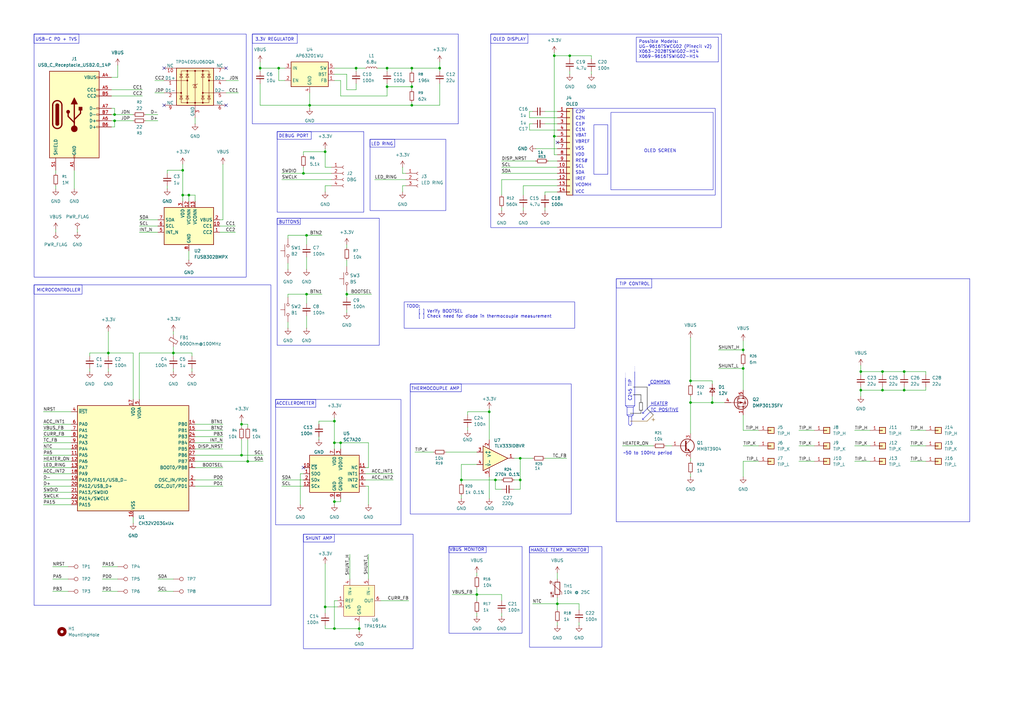
<source format=kicad_sch>
(kicad_sch
	(version 20250114)
	(generator "eeschema")
	(generator_version "9.0")
	(uuid "7095b018-eac3-4b01-b374-28e3216c4fd8")
	(paper "A3")
	
	(rectangle
		(start 124.46 219.1385)
		(end 137.16 222.3135)
		(stroke
			(width 0)
			(type default)
		)
		(fill
			(type none)
		)
		(uuid 1c73c902-a47e-4afe-a3a2-fdff9ad372a7)
	)
	(rectangle
		(start 113.03 163.83)
		(end 164.465 215.265)
		(stroke
			(width 0)
			(type default)
		)
		(fill
			(type none)
		)
		(uuid 25f66d05-38b5-4a17-99c1-8cad2c92cd3e)
	)
	(rectangle
		(start 13.97 13.97)
		(end 100.965 113.665)
		(stroke
			(width 0)
			(type default)
		)
		(fill
			(type none)
		)
		(uuid 34cfca7f-b72a-4261-a704-f33e6bc4b279)
	)
	(rectangle
		(start 113.03 163.83)
		(end 129.54 167.005)
		(stroke
			(width 0)
			(type default)
		)
		(fill
			(type none)
		)
		(uuid 37b1d202-d0af-4356-9cea-c5377ffdf5c6)
	)
	(rectangle
		(start 184.15 224.155)
		(end 199.39 226.695)
		(stroke
			(width 0)
			(type default)
		)
		(fill
			(type none)
		)
		(uuid 3ff5b4ba-34b9-4474-bd0b-2b540e2050a9)
	)
	(rectangle
		(start 168.275 157.48)
		(end 189.23 160.655)
		(stroke
			(width 0)
			(type default)
		)
		(fill
			(type none)
		)
		(uuid 411456a7-808a-4a99-b2e7-4b00b0660778)
	)
	(rectangle
		(start 113.665 89.535)
		(end 123.19 92.075)
		(stroke
			(width 0)
			(type default)
		)
		(fill
			(type none)
		)
		(uuid 51756553-69aa-4f9f-a31a-a60fa2c78053)
	)
	(rectangle
		(start 113.665 53.975)
		(end 149.225 86.995)
		(stroke
			(width 0)
			(type default)
		)
		(fill
			(type none)
		)
		(uuid 5ccf0a54-c09c-402b-8c12-180398bcf0c0)
	)
	(rectangle
		(start 252.73 114.3)
		(end 397.764 213.995)
		(stroke
			(width 0)
			(type default)
		)
		(fill
			(type none)
		)
		(uuid 608eefcd-9544-4ff5-9fa6-1a03cdb2edc0)
	)
	(rectangle
		(start 252.73 114.3)
		(end 267.335 118.11)
		(stroke
			(width 0)
			(type default)
		)
		(fill
			(type none)
		)
		(uuid 75245947-4db9-4c11-bcdd-4d111a323943)
	)
	(rectangle
		(start 151.765 57.15)
		(end 182.88 86.36)
		(stroke
			(width 0)
			(type default)
		)
		(fill
			(type none)
		)
		(uuid 7ca7d888-0de2-4ee4-9e02-bce99f6c7310)
	)
	(rectangle
		(start 13.97 116.84)
		(end 33.655 120.65)
		(stroke
			(width 0)
			(type default)
		)
		(fill
			(type none)
		)
		(uuid 7d5ee34c-3c30-4116-b034-575f8f5cbca0)
	)
	(rectangle
		(start 113.665 89.535)
		(end 155.575 141.605)
		(stroke
			(width 0)
			(type default)
		)
		(fill
			(type none)
		)
		(uuid 9c119ec4-7162-4594-9de4-9af2e8ac3469)
	)
	(rectangle
		(start 103.505 13.97)
		(end 121.92 17.78)
		(stroke
			(width 0)
			(type default)
		)
		(fill
			(type none)
		)
		(uuid 9d5c2b83-1ad1-4eb5-9c00-115d7cfbb819)
	)
	(rectangle
		(start 168.275 157.48)
		(end 234.315 210.82)
		(stroke
			(width 0)
			(type default)
		)
		(fill
			(type none)
		)
		(uuid a57dfd79-f7b7-44cf-be58-21e0757161fa)
	)
	(rectangle
		(start 13.97 116.84)
		(end 111.125 248.285)
		(stroke
			(width 0)
			(type default)
		)
		(fill
			(type none)
		)
		(uuid a66c837f-d550-4ad5-b67a-1a34b6eaed03)
	)
	(rectangle
		(start 250.571 46.101)
		(end 292.481 77.851)
		(stroke
			(width 0)
			(type default)
		)
		(fill
			(type none)
		)
		(uuid b323df54-646c-4c42-ac5d-c702f5da28df)
	)
	(rectangle
		(start 13.97 13.97)
		(end 32.385 17.78)
		(stroke
			(width 0)
			(type default)
		)
		(fill
			(type none)
		)
		(uuid b41c86f7-a703-4da7-9c7c-3d6f2dbdab0b)
	)
	(rectangle
		(start 217.17 224.155)
		(end 241.3 226.695)
		(stroke
			(width 0)
			(type default)
		)
		(fill
			(type none)
		)
		(uuid b798fff3-5d10-4e4c-948c-461a0845de52)
	)
	(rectangle
		(start 151.765 57.15)
		(end 161.925 60.325)
		(stroke
			(width 0)
			(type default)
		)
		(fill
			(type none)
		)
		(uuid bb60d903-b4fc-4579-917b-d8b1327cda5c)
	)
	(rectangle
		(start 234.95 44.45)
		(end 293.37 80.01)
		(stroke
			(width 0)
			(type default)
		)
		(fill
			(type none)
		)
		(uuid c7ed09f4-c5b0-447c-8527-2fd1a9942fc7)
	)
	(rectangle
		(start 201.295 13.97)
		(end 295.91 93.345)
		(stroke
			(width 0)
			(type default)
		)
		(fill
			(type none)
		)
		(uuid c86b0301-7b25-4d55-b6bd-bf1af0f3ea13)
	)
	(rectangle
		(start 243.586 51.181)
		(end 249.301 71.501)
		(stroke
			(width 0)
			(type default)
		)
		(fill
			(type none)
		)
		(uuid cc173c2c-4802-4b85-8dc1-c0ed1e2586ae)
	)
	(rectangle
		(start 184.15 224.155)
		(end 214.122 259.715)
		(stroke
			(width 0)
			(type default)
		)
		(fill
			(type none)
		)
		(uuid d2b50b41-845d-4a0b-ad88-942dbe8a9ea1)
	)
	(rectangle
		(start 113.665 53.975)
		(end 127.635 57.15)
		(stroke
			(width 0)
			(type default)
		)
		(fill
			(type none)
		)
		(uuid d42d397b-7d5e-44b0-98a1-cec60f91a733)
	)
	(rectangle
		(start 103.505 13.97)
		(end 187.96 50.8)
		(stroke
			(width 0)
			(type default)
		)
		(fill
			(type none)
		)
		(uuid d5e44070-3c31-4662-9265-15546dcb33a9)
	)
	(rectangle
		(start 217.17 224.155)
		(end 246.888 265.43)
		(stroke
			(width 0)
			(type default)
		)
		(fill
			(type none)
		)
		(uuid dc78faa3-7706-462b-aff1-ea2259b8957d)
	)
	(rectangle
		(start 201.295 13.97)
		(end 216.535 17.78)
		(stroke
			(width 0)
			(type default)
		)
		(fill
			(type none)
		)
		(uuid df873f2f-b2dc-4231-b391-da9722f3ee43)
	)
	(rectangle
		(start 124.46 219.075)
		(end 169.418 266.065)
		(stroke
			(width 0)
			(type default)
		)
		(fill
			(type none)
		)
		(uuid f4d05ad1-2d39-4c92-a424-b21a1915e749)
	)
	(text "COMMON"
		(exclude_from_sim no)
		(at 266.573 156.845 0)
		(effects
			(font
				(size 1.27 1.27)
			)
			(justify left)
		)
		(uuid "0da803d8-6a61-4b47-b3c4-8c42b4ebcdd7")
	)
	(text "~50 to 100Hz period"
		(exclude_from_sim no)
		(at 265.684 185.928 0)
		(effects
			(font
				(size 1.27 1.27)
			)
		)
		(uuid "0da88a4e-8094-41f6-a13c-7ae12789683b")
	)
	(text "3.3V REGULATOR"
		(exclude_from_sim no)
		(at 104.648 16.256 0)
		(effects
			(font
				(size 1.27 1.27)
			)
			(justify left)
		)
		(uuid "270c64e9-acc9-4bdf-adf9-51e85a7cfae3")
	)
	(text "C2N"
		(exclude_from_sim no)
		(at 235.966 48.514 0)
		(effects
			(font
				(size 1.27 1.27)
			)
			(justify left)
		)
		(uuid "303735e4-f194-4e97-9ddd-7741146e5965")
	)
	(text "USB-C PD + TVS"
		(exclude_from_sim no)
		(at 14.478 16.256 0)
		(effects
			(font
				(size 1.27 1.27)
			)
			(justify left)
		)
		(uuid "3b53ae36-2320-46df-8526-8d2b0e4cd267")
	)
	(text "BUTTONS"
		(exclude_from_sim no)
		(at 114.3 91.186 0)
		(effects
			(font
				(size 1.27 1.27)
			)
			(justify left)
		)
		(uuid "4ff0d853-92f6-4f02-aa33-1f252be5ef75")
	)
	(text "DEBUG PORT"
		(exclude_from_sim no)
		(at 114.3 55.88 0)
		(effects
			(font
				(size 1.27 1.27)
			)
			(justify left)
		)
		(uuid "5c2c7cad-81d2-418f-aeca-ca54c6312f8c")
	)
	(text "SCL"
		(exclude_from_sim no)
		(at 235.966 68.326 0)
		(effects
			(font
				(size 1.27 1.27)
			)
			(justify left)
		)
		(uuid "63c62cf3-4266-478a-9f68-199034fe5d8b")
	)
	(text "RES#"
		(exclude_from_sim no)
		(at 235.966 66.04 0)
		(effects
			(font
				(size 1.27 1.27)
			)
			(justify left)
		)
		(uuid "6ce3c0b9-bb73-4f4d-8996-df06398c02e3")
	)
	(text "C1P"
		(exclude_from_sim no)
		(at 235.966 51.054 0)
		(effects
			(font
				(size 1.27 1.27)
			)
			(justify left)
		)
		(uuid "6d196f00-fda4-408a-b16f-63e268646b7a")
	)
	(text "ACCELEROMETER"
		(exclude_from_sim no)
		(at 121.158 165.608 0)
		(effects
			(font
				(size 1.27 1.27)
			)
		)
		(uuid "6d3cce01-49eb-4036-848c-880563d726ff")
	)
	(text "HEATER"
		(exclude_from_sim no)
		(at 266.827 165.735 0)
		(effects
			(font
				(size 1.27 1.27)
			)
			(justify left)
		)
		(uuid "6f935533-365b-4490-a199-60d1f885e9c5")
	)
	(text "IREF"
		(exclude_from_sim no)
		(at 235.966 73.406 0)
		(effects
			(font
				(size 1.27 1.27)
			)
			(justify left)
		)
		(uuid "78269562-db7d-4f9c-9409-11de08793bfa")
	)
	(text "C1N"
		(exclude_from_sim no)
		(at 235.966 53.34 0)
		(effects
			(font
				(size 1.27 1.27)
			)
			(justify left)
		)
		(uuid "86eaf89d-7735-48bc-8adf-2c6d7e1c9267")
	)
	(text "C2P"
		(exclude_from_sim no)
		(at 235.966 45.974 0)
		(effects
			(font
				(size 1.27 1.27)
			)
			(justify left)
		)
		(uuid "88767c22-62f5-491f-8191-e622ce50d549")
	)
	(text "VDD"
		(exclude_from_sim no)
		(at 235.966 63.5 0)
		(effects
			(font
				(size 1.27 1.27)
			)
			(justify left)
		)
		(uuid "98ea20d6-f789-4c9a-9d2d-ddf9c4e55ce3")
	)
	(text "HANDLE TEMP. MONITOR"
		(exclude_from_sim no)
		(at 229.108 225.806 0)
		(effects
			(font
				(size 1.27 1.27)
			)
		)
		(uuid "9cf9be48-0da6-4698-b802-905b4321ec7e")
	)
	(text "TC POSITIVE"
		(exclude_from_sim no)
		(at 266.827 168.275 0)
		(effects
			(font
				(size 1.27 1.27)
			)
			(justify left)
		)
		(uuid "9da3b577-a0bb-4c33-9c3c-e8388ac87829")
	)
	(text "OLED SCREEN"
		(exclude_from_sim no)
		(at 270.764 61.976 0)
		(effects
			(font
				(size 1.27 1.27)
			)
		)
		(uuid "a7d4d929-dbaa-411d-a847-37e4617db2b8")
	)
	(text "VCC"
		(exclude_from_sim no)
		(at 235.966 78.74 0)
		(effects
			(font
				(size 1.27 1.27)
			)
			(justify left)
		)
		(uuid "c0b5be38-ee7a-4c62-b666-9455a24b9bdf")
	)
	(text "TIP CONTROL"
		(exclude_from_sim no)
		(at 254 116.586 0)
		(effects
			(font
				(size 1.27 1.27)
			)
			(justify left)
		)
		(uuid "cbc624c8-2e49-4540-b1a0-5d8227d4665c")
	)
	(text "SDA"
		(exclude_from_sim no)
		(at 235.966 70.866 0)
		(effects
			(font
				(size 1.27 1.27)
			)
			(justify left)
		)
		(uuid "d1f23843-c159-4734-816f-e3ebdc7225d4")
	)
	(text "VBREF"
		(exclude_from_sim no)
		(at 235.966 58.166 0)
		(effects
			(font
				(size 1.27 1.27)
			)
			(justify left)
		)
		(uuid "dc92fbc2-eb7d-47ac-891e-6de1528c9506")
	)
	(text "SHUNT AMP"
		(exclude_from_sim no)
		(at 130.81 220.98 0)
		(effects
			(font
				(size 1.27 1.27)
			)
		)
		(uuid "df820a8a-db2f-421f-9d16-371dee1814e3")
	)
	(text "OLED DISPLAY"
		(exclude_from_sim no)
		(at 202.184 16.256 0)
		(effects
			(font
				(size 1.27 1.27)
			)
			(justify left)
		)
		(uuid "e1182865-9cf6-484e-b369-4d8124243a24")
	)
	(text "VBAT"
		(exclude_from_sim no)
		(at 235.966 55.626 0)
		(effects
			(font
				(size 1.27 1.27)
			)
			(justify left)
		)
		(uuid "e5136794-6a5a-4728-b4d0-e47266a8ec2c")
	)
	(text "VSS"
		(exclude_from_sim no)
		(at 235.966 60.96 0)
		(effects
			(font
				(size 1.27 1.27)
			)
			(justify left)
		)
		(uuid "e5277a5c-1568-43ec-ab65-5c403a9ddad3")
	)
	(text "VCOMH"
		(exclude_from_sim no)
		(at 235.966 75.946 0)
		(effects
			(font
				(size 1.27 1.27)
			)
			(justify left)
		)
		(uuid "e677c7ab-e79d-4a1c-8a88-4a56ca5d6b79")
	)
	(text "THERMOCOUPLE AMP"
		(exclude_from_sim no)
		(at 178.562 159.512 0)
		(effects
			(font
				(size 1.27 1.27)
			)
		)
		(uuid "e865e2d4-df9a-47d7-8bc3-1d543675c813")
	)
	(text "C245 TIP"
		(exclude_from_sim no)
		(at 258.445 160.147 90)
		(effects
			(font
				(size 1.27 1.27)
			)
		)
		(uuid "ec1ed9c1-072b-4c68-8764-5736b7bc8d68")
	)
	(text "LED RING"
		(exclude_from_sim no)
		(at 156.718 59.182 0)
		(effects
			(font
				(size 1.27 1.27)
			)
		)
		(uuid "eebaafe7-13f6-4495-a884-67f3bb5c6ce1")
	)
	(text "MICROCONTROLLER"
		(exclude_from_sim no)
		(at 14.986 119.126 0)
		(effects
			(font
				(size 1.27 1.27)
			)
			(justify left)
		)
		(uuid "f4202bbd-17db-406a-9b6f-417fe43fdaab")
	)
	(text "VBUS MONITOR"
		(exclude_from_sim no)
		(at 191.516 225.552 0)
		(effects
			(font
				(size 1.27 1.27)
			)
		)
		(uuid "f741b2f1-f711-4456-aa2d-f19417092858")
	)
	(text_box "TODO:\n	[ ] Verify BOOTSEL\n	[ ] Check need for diode in thermocouple measurement\n"
		(exclude_from_sim no)
		(at 165.7422 123.8251 0)
		(size 69.9698 10.7949)
		(margins 0.9525 0.9525 0.9525 0.9525)
		(stroke
			(width 0)
			(type solid)
		)
		(fill
			(type none)
		)
		(effects
			(font
				(size 1.27 1.27)
			)
			(justify left top)
		)
		(uuid "1e18a4a2-674d-4a0b-8ddc-8ad59a0aa3d5")
	)
	(text_box "Possible Models:\nUG-9616TSWCG02 (Pinecil v2)\nX063-2028TSWIG02-H14\nX069-9616TSWIG02-H14"
		(exclude_from_sim no)
		(at 260.985 15.24 0)
		(size 33.655 10.16)
		(margins 0.9525 0.9525 0.9525 0.9525)
		(stroke
			(width 0)
			(type solid)
		)
		(fill
			(type none)
		)
		(effects
			(font
				(size 1.27 1.27)
			)
			(justify left top)
		)
		(uuid "aff1d92e-7948-41af-95d4-eec0b0d11729")
	)
	(junction
		(at 353.06 152.4)
		(diameter 0)
		(color 0 0 0 0)
		(uuid "0249d269-810c-4792-bcad-62c507e2feae")
	)
	(junction
		(at 146.05 27.94)
		(diameter 0)
		(color 0 0 0 0)
		(uuid "0acd8611-5527-40f7-90a3-5c60d1adc1d0")
	)
	(junction
		(at 137.16 257.81)
		(diameter 0)
		(color 0 0 0 0)
		(uuid "0dddb214-9958-4687-becc-cc729468102c")
	)
	(junction
		(at 99.06 173.99)
		(diameter 0)
		(color 0 0 0 0)
		(uuid "22bc19a2-e590-4ae5-87e1-2c346112c753")
	)
	(junction
		(at 292.1 165.1)
		(diameter 0)
		(color 0 0 0 0)
		(uuid "33f31390-ba39-49b6-9e3c-1bb22f4077cb")
	)
	(junction
		(at 101.6 189.23)
		(diameter 0)
		(color 0 0 0 0)
		(uuid "39afbb62-f4d9-47c5-b1ec-6bf8308a9b0e")
	)
	(junction
		(at 200.66 168.91)
		(diameter 0)
		(color 0 0 0 0)
		(uuid "3f9bcc33-18ad-48ec-8047-f514eddb9bd3")
	)
	(junction
		(at 353.06 160.02)
		(diameter 0)
		(color 0 0 0 0)
		(uuid "43942d84-b87b-4f4a-adb8-d0b0fad21d24")
	)
	(junction
		(at 189.23 196.85)
		(diameter 0)
		(color 0 0 0 0)
		(uuid "4793f579-9960-4fea-a983-16516b9a6a74")
	)
	(junction
		(at 158.75 27.94)
		(diameter 0)
		(color 0 0 0 0)
		(uuid "4e457d4d-37fd-4b51-a420-85ebb8dc04c5")
	)
	(junction
		(at 195.58 243.84)
		(diameter 0)
		(color 0 0 0 0)
		(uuid "5171e2df-ff89-449d-9837-899c8a33b75c")
	)
	(junction
		(at 283.21 165.1)
		(diameter 0)
		(color 0 0 0 0)
		(uuid "55c48a4e-b496-4df9-98f9-8a2a30715d30")
	)
	(junction
		(at 168.91 35.56)
		(diameter 0)
		(color 0 0 0 0)
		(uuid "57d2e74f-9c65-42d1-a47a-8230db07f92e")
	)
	(junction
		(at 137.16 181.61)
		(diameter 0)
		(color 0 0 0 0)
		(uuid "589eff9d-eed1-4df5-98d6-26b7c768b426")
	)
	(junction
		(at 46.99 49.53)
		(diameter 0)
		(color 0 0 0 0)
		(uuid "5e8d1cf7-167e-4030-9f28-7c115ea5395b")
	)
	(junction
		(at 227.33 55.88)
		(diameter 0)
		(color 0 0 0 0)
		(uuid "5fbb3de9-86ee-49ad-a284-eb55f1cc692a")
	)
	(junction
		(at 168.91 43.18)
		(diameter 0)
		(color 0 0 0 0)
		(uuid "660d2309-d1aa-4d86-b95c-854e50c0a293")
	)
	(junction
		(at 168.91 27.94)
		(diameter 0)
		(color 0 0 0 0)
		(uuid "691dc945-779c-4911-8f56-5300f4d58275")
	)
	(junction
		(at 233.68 22.86)
		(diameter 0)
		(color 0 0 0 0)
		(uuid "73b54f8a-8892-4f5c-ad2f-0a2e6cc384c3")
	)
	(junction
		(at 203.2 196.85)
		(diameter 0)
		(color 0 0 0 0)
		(uuid "77d052f3-f174-4ac4-b7f3-74fd8cd4f0e2")
	)
	(junction
		(at 228.6 247.65)
		(diameter 0)
		(color 0 0 0 0)
		(uuid "77d1a2e0-538e-4917-8463-902112f9887a")
	)
	(junction
		(at 370.84 152.4)
		(diameter 0)
		(color 0 0 0 0)
		(uuid "79c391a9-2d95-4c3e-a922-b7e1f89f8cb2")
	)
	(junction
		(at 304.8 151.13)
		(diameter 0)
		(color 0 0 0 0)
		(uuid "83f6e905-fd9a-4207-9990-07af2c0791e7")
	)
	(junction
		(at 137.16 172.72)
		(diameter 0)
		(color 0 0 0 0)
		(uuid "84b1d133-5555-4f34-9259-4c4a00397909")
	)
	(junction
		(at 158.75 35.56)
		(diameter 0)
		(color 0 0 0 0)
		(uuid "85eb43cd-2fb7-4c1a-b0ce-7e338a2da686")
	)
	(junction
		(at 213.36 196.85)
		(diameter 0)
		(color 0 0 0 0)
		(uuid "879d8513-8c12-4c71-805b-cfd0566ce6a8")
	)
	(junction
		(at 361.95 160.02)
		(diameter 0)
		(color 0 0 0 0)
		(uuid "87dc4b49-25de-4f6d-adf7-8941fa901f8f")
	)
	(junction
		(at 133.35 248.92)
		(diameter 0)
		(color 0 0 0 0)
		(uuid "8841c84f-1641-41f9-913d-f4d17d6a7586")
	)
	(junction
		(at 147.32 257.81)
		(diameter 0)
		(color 0 0 0 0)
		(uuid "8a768a2c-5442-451e-8d1f-77355c76b10a")
	)
	(junction
		(at 99.06 186.69)
		(diameter 0)
		(color 0 0 0 0)
		(uuid "8f91cdd6-9b8f-41e7-aba5-783e4c94f1c2")
	)
	(junction
		(at 227.33 22.86)
		(diameter 0)
		(color 0 0 0 0)
		(uuid "9531702c-c6a6-4297-8a10-64a5c6fc90b3")
	)
	(junction
		(at 361.95 152.4)
		(diameter 0)
		(color 0 0 0 0)
		(uuid "963b4dc5-29f7-4f14-9341-7b3162f2c358")
	)
	(junction
		(at 44.45 144.78)
		(diameter 0)
		(color 0 0 0 0)
		(uuid "9fa2ea7a-f50f-4f59-8f6e-1d8cc4b4f22f")
	)
	(junction
		(at 74.93 80.01)
		(diameter 0)
		(color 0 0 0 0)
		(uuid "a102cd63-af1a-49b4-9201-df06578d4c1f")
	)
	(junction
		(at 213.36 187.96)
		(diameter 0)
		(color 0 0 0 0)
		(uuid "aff6f7cf-f995-4965-9b70-2f6e1afd3257")
	)
	(junction
		(at 125.73 120.65)
		(diameter 0)
		(color 0 0 0 0)
		(uuid "bf198e04-4a01-4230-877f-f1ab43f756f2")
	)
	(junction
		(at 71.12 144.78)
		(diameter 0)
		(color 0 0 0 0)
		(uuid "cbafbc4a-ea32-4bc2-8303-c740f3149d9b")
	)
	(junction
		(at 127 43.18)
		(diameter 0)
		(color 0 0 0 0)
		(uuid "d049456d-20ee-4308-a384-c295c5fb64a1")
	)
	(junction
		(at 77.47 80.01)
		(diameter 0)
		(color 0 0 0 0)
		(uuid "d075905e-0ee9-4e4e-bc8b-46248e59d6b7")
	)
	(junction
		(at 137.16 205.74)
		(diameter 0)
		(color 0 0 0 0)
		(uuid "d3c0ec6c-e13a-496a-ad1c-ba60afc46b96")
	)
	(junction
		(at 46.99 46.99)
		(diameter 0)
		(color 0 0 0 0)
		(uuid "d3cb3929-1383-43bf-9aa0-8d6179547879")
	)
	(junction
		(at 125.73 96.52)
		(diameter 0)
		(color 0 0 0 0)
		(uuid "d8814552-a2c0-4a06-a6ac-aee6b3d4aa8f")
	)
	(junction
		(at 74.93 69.85)
		(diameter 0)
		(color 0 0 0 0)
		(uuid "dced1970-c9d1-4fca-aa68-57578fbeec87")
	)
	(junction
		(at 133.35 62.23)
		(diameter 0)
		(color 0 0 0 0)
		(uuid "dd645f38-5944-4257-9764-2d12bcf783d9")
	)
	(junction
		(at 124.46 71.12)
		(diameter 0)
		(color 0 0 0 0)
		(uuid "e0c9883b-d031-4a61-9fde-76739f501e2c")
	)
	(junction
		(at 304.8 143.51)
		(diameter 0)
		(color 0 0 0 0)
		(uuid "e7e99bb4-d103-4cd9-8ebf-b65ffffd67d6")
	)
	(junction
		(at 114.3 27.94)
		(diameter 0)
		(color 0 0 0 0)
		(uuid "e80bc681-7695-43f3-a2bd-d411c7e86409")
	)
	(junction
		(at 139.7 181.61)
		(diameter 0)
		(color 0 0 0 0)
		(uuid "ea9ea449-1699-40d7-8a1c-89a1d2111f96")
	)
	(junction
		(at 370.84 160.02)
		(diameter 0)
		(color 0 0 0 0)
		(uuid "ebc86db2-2764-4df6-9433-ecced69310ed")
	)
	(junction
		(at 180.34 27.94)
		(diameter 0)
		(color 0 0 0 0)
		(uuid "efddc068-f25b-4568-b3c6-1c6aa0f4c97e")
	)
	(junction
		(at 106.68 27.94)
		(diameter 0)
		(color 0 0 0 0)
		(uuid "f1df4cab-d95d-4e21-b204-cc5686c3ccd2")
	)
	(junction
		(at 283.21 156.21)
		(diameter 0)
		(color 0 0 0 0)
		(uuid "f745564c-7281-4805-96bb-d0a077864026")
	)
	(junction
		(at 142.24 120.65)
		(diameter 0)
		(color 0 0 0 0)
		(uuid "fe9b1f2a-8aec-4aa7-8489-1f83d22307ee")
	)
	(no_connect
		(at 92.71 43.18)
		(uuid "46b4ccbc-24ab-4899-8505-9a1bc9336197")
	)
	(no_connect
		(at 67.31 27.94)
		(uuid "613b3790-5218-413f-a343-e26aa4ea4b95")
	)
	(no_connect
		(at 228.6 58.42)
		(uuid "8d801d13-32fe-4e34-8cc5-b8a86a497023")
	)
	(no_connect
		(at 124.46 191.77)
		(uuid "bb17c601-45a1-4eb6-aaaf-eada3efdd523")
	)
	(no_connect
		(at 67.31 43.18)
		(uuid "c9b41e3a-80a4-4410-be4c-91975e86700a")
	)
	(no_connect
		(at 92.71 27.94)
		(uuid "e9fc4535-1911-4390-b5e2-c282d53c9319")
	)
	(wire
		(pts
			(xy 99.06 186.69) (xy 107.95 186.69)
		)
		(stroke
			(width 0)
			(type default)
		)
		(uuid "00dc7f33-0b4e-4099-8479-24293b9aabac")
	)
	(wire
		(pts
			(xy 149.86 196.85) (xy 161.29 196.85)
		)
		(stroke
			(width 0)
			(type default)
		)
		(uuid "0156bf95-e162-433c-99c7-904c2f68448d")
	)
	(wire
		(pts
			(xy 311.15 189.23) (xy 304.8 189.23)
		)
		(stroke
			(width 0)
			(type default)
		)
		(uuid "01731df4-405d-4159-8024-ddbfe44e4824")
	)
	(wire
		(pts
			(xy 180.34 25.4) (xy 180.34 27.94)
		)
		(stroke
			(width 0)
			(type default)
		)
		(uuid "0280334b-627a-4233-a676-012a207d9298")
	)
	(wire
		(pts
			(xy 123.19 194.31) (xy 124.46 194.31)
		)
		(stroke
			(width 0)
			(type default)
		)
		(uuid "03f9526b-c252-4cea-a8ec-81306ff6df76")
	)
	(wire
		(pts
			(xy 294.64 151.13) (xy 304.8 151.13)
		)
		(stroke
			(width 0)
			(type default)
		)
		(uuid "051b5452-759f-4207-beaa-b3ff17dfd197")
	)
	(wire
		(pts
			(xy 63.5 38.1) (xy 67.31 38.1)
		)
		(stroke
			(width 0)
			(type default)
		)
		(uuid "057a48eb-9b1d-42a5-bf44-6985b9321748")
	)
	(polyline
		(pts
			(xy 266.065 158.115) (xy 266.7 158.115)
		)
		(stroke
			(width 0)
			(type default)
		)
		(uuid "061e75a6-db12-4875-bb49-acc7a02aa4eb")
	)
	(wire
		(pts
			(xy 227.33 55.88) (xy 228.6 55.88)
		)
		(stroke
			(width 0)
			(type default)
		)
		(uuid "06a39b25-e5c0-48bf-8f66-6ff9e46efda7")
	)
	(wire
		(pts
			(xy 283.21 138.43) (xy 283.21 156.21)
		)
		(stroke
			(width 0)
			(type default)
		)
		(uuid "07213a78-02ed-408a-8a81-3c765c5554db")
	)
	(polyline
		(pts
			(xy 265.43 158.75) (xy 265.43 167.64)
		)
		(stroke
			(width 0)
			(type solid)
			(color 0 0 0 1)
		)
		(uuid "076917fa-25ee-47d3-b2b0-165b02f01f24")
	)
	(wire
		(pts
			(xy 68.58 69.85) (xy 74.93 69.85)
		)
		(stroke
			(width 0)
			(type default)
		)
		(uuid "088c7699-190e-4234-9815-fffe11d5ef7a")
	)
	(wire
		(pts
			(xy 68.58 76.2) (xy 68.58 77.47)
		)
		(stroke
			(width 0)
			(type default)
		)
		(uuid "090443bb-96fb-4f06-ac72-191a7f6e15f4")
	)
	(wire
		(pts
			(xy 96.52 95.25) (xy 90.17 95.25)
		)
		(stroke
			(width 0)
			(type default)
		)
		(uuid "091df10a-a778-479d-8cbf-324751cb3cc5")
	)
	(wire
		(pts
			(xy 115.57 199.39) (xy 124.46 199.39)
		)
		(stroke
			(width 0)
			(type default)
		)
		(uuid "093a4bfc-aabd-4586-948a-1580d9afeffa")
	)
	(wire
		(pts
			(xy 45.72 36.83) (xy 58.42 36.83)
		)
		(stroke
			(width 0)
			(type default)
		)
		(uuid "098337dc-d67f-4f92-9e59-aa0530495823")
	)
	(wire
		(pts
			(xy 373.38 176.53) (xy 379.73 176.53)
		)
		(stroke
			(width 0)
			(type default)
		)
		(uuid "0b3b1be4-2c7f-47f2-886c-9ff27992e090")
	)
	(wire
		(pts
			(xy 237.49 247.65) (xy 228.6 247.65)
		)
		(stroke
			(width 0)
			(type default)
		)
		(uuid "0b4a8b97-8014-479a-a3ac-97bbd47fcdf1")
	)
	(wire
		(pts
			(xy 80.01 184.15) (xy 91.44 184.15)
		)
		(stroke
			(width 0)
			(type default)
		)
		(uuid "0d0fb7d8-cf76-4ea3-b43e-0043f449d33e")
	)
	(wire
		(pts
			(xy 106.68 34.29) (xy 106.68 43.18)
		)
		(stroke
			(width 0)
			(type default)
		)
		(uuid "0d1da041-1604-484f-8588-64418e6780df")
	)
	(polyline
		(pts
			(xy 271.145 168.91) (xy 278.13 168.91)
		)
		(stroke
			(width 0)
			(type default)
		)
		(uuid "0efdd063-1445-49ad-b269-05e1548bd623")
	)
	(wire
		(pts
			(xy 17.78 191.77) (xy 29.21 191.77)
		)
		(stroke
			(width 0)
			(type default)
		)
		(uuid "0f968ad1-38fa-43f3-a9ca-eaab57060db2")
	)
	(wire
		(pts
			(xy 214.63 85.09) (xy 214.63 86.36)
		)
		(stroke
			(width 0)
			(type default)
		)
		(uuid "0fdf5b0f-14a7-4ff5-aee8-91dcf3e80430")
	)
	(wire
		(pts
			(xy 168.91 35.56) (xy 158.75 35.56)
		)
		(stroke
			(width 0)
			(type default)
		)
		(uuid "1190a964-f3bd-43e5-a242-6444d80cf4b2")
	)
	(polyline
		(pts
			(xy 258.445 172.72) (xy 265.43 172.72)
		)
		(stroke
			(width 0)
			(type solid)
			(color 128 77 0 1)
		)
		(uuid "11cf35b8-cd1b-4b18-8246-50d401672c42")
	)
	(wire
		(pts
			(xy 189.23 196.85) (xy 189.23 190.5)
		)
		(stroke
			(width 0)
			(type default)
		)
		(uuid "12f02fb2-28a7-4766-ae13-424545151178")
	)
	(wire
		(pts
			(xy 137.16 181.61) (xy 137.16 184.15)
		)
		(stroke
			(width 0)
			(type default)
		)
		(uuid "135c080a-b87a-42f2-bd23-e8f54c5ee6c7")
	)
	(wire
		(pts
			(xy 165.1 78.74) (xy 165.1 76.2)
		)
		(stroke
			(width 0)
			(type default)
		)
		(uuid "13a8fbae-4055-4538-a775-7561035458e6")
	)
	(wire
		(pts
			(xy 189.23 196.85) (xy 203.2 196.85)
		)
		(stroke
			(width 0)
			(type default)
		)
		(uuid "13e7537a-edd6-43d5-8bb0-f6eb3d491016")
	)
	(wire
		(pts
			(xy 213.36 196.85) (xy 213.36 187.96)
		)
		(stroke
			(width 0)
			(type default)
		)
		(uuid "1427c6b1-5293-499b-9663-f54121cc8ca4")
	)
	(wire
		(pts
			(xy 48.26 31.75) (xy 48.26 26.67)
		)
		(stroke
			(width 0)
			(type default)
		)
		(uuid "14b83c6b-fa77-4ec1-b020-d89f490dd1db")
	)
	(wire
		(pts
			(xy 379.73 152.4) (xy 379.73 153.67)
		)
		(stroke
			(width 0)
			(type default)
		)
		(uuid "154f7824-5e3a-4df6-a265-e8ad4cf18628")
	)
	(wire
		(pts
			(xy 283.21 156.21) (xy 283.21 157.48)
		)
		(stroke
			(width 0)
			(type default)
		)
		(uuid "168f3109-c853-4869-ab24-7341dc21232b")
	)
	(wire
		(pts
			(xy 200.66 167.64) (xy 200.66 168.91)
		)
		(stroke
			(width 0)
			(type default)
		)
		(uuid "16a235b6-6479-41c3-934b-5990cd87fafe")
	)
	(wire
		(pts
			(xy 227.33 55.88) (xy 227.33 63.5)
		)
		(stroke
			(width 0)
			(type default)
		)
		(uuid "16a6ad92-1a6b-4d2b-93f1-5652f5947dbb")
	)
	(wire
		(pts
			(xy 168.91 29.21) (xy 168.91 27.94)
		)
		(stroke
			(width 0)
			(type default)
		)
		(uuid "16beecb1-a5ab-433f-9aa9-d5c8af0be23d")
	)
	(wire
		(pts
			(xy 304.8 151.13) (xy 304.8 160.02)
		)
		(stroke
			(width 0)
			(type default)
		)
		(uuid "16c7a464-8f27-4a9f-bdc2-5a17738070b3")
	)
	(polyline
		(pts
			(xy 267.335 172.085) (xy 268.605 172.085)
		)
		(stroke
			(width 0)
			(type solid)
			(color 128 77 0 1)
		)
		(uuid "17532791-aaa0-48e6-a3d3-84b5cfe2ffdf")
	)
	(wire
		(pts
			(xy 304.8 139.7) (xy 304.8 143.51)
		)
		(stroke
			(width 0)
			(type default)
		)
		(uuid "1795c9ec-558c-4688-8727-fb618bb19c4d")
	)
	(wire
		(pts
			(xy 41.91 242.57) (xy 48.26 242.57)
		)
		(stroke
			(width 0)
			(type default)
		)
		(uuid "17c09d63-4f8c-4d97-9c64-a3bd4dd82600")
	)
	(wire
		(pts
			(xy 45.72 52.07) (xy 46.99 52.07)
		)
		(stroke
			(width 0)
			(type default)
		)
		(uuid "18438b3a-827e-4972-b4d2-e39627126fd2")
	)
	(wire
		(pts
			(xy 17.78 186.69) (xy 29.21 186.69)
		)
		(stroke
			(width 0)
			(type default)
		)
		(uuid "185cc638-609c-4acf-9a83-434d47f9bece")
	)
	(wire
		(pts
			(xy 327.66 176.53) (xy 334.01 176.53)
		)
		(stroke
			(width 0)
			(type default)
		)
		(uuid "186284b8-bd67-4889-90c2-387a38831a45")
	)
	(wire
		(pts
			(xy 133.35 251.46) (xy 133.35 248.92)
		)
		(stroke
			(width 0)
			(type default)
		)
		(uuid "195a8fd0-a684-4d31-8bc6-63e3a890ee21")
	)
	(wire
		(pts
			(xy 118.11 107.95) (xy 118.11 110.49)
		)
		(stroke
			(width 0)
			(type default)
		)
		(uuid "1a08e192-3ede-459c-841e-9f0c19ec1e3e")
	)
	(wire
		(pts
			(xy 17.78 201.93) (xy 29.21 201.93)
		)
		(stroke
			(width 0)
			(type default)
		)
		(uuid "1a675778-1e38-4114-a392-a674b2dc8fa9")
	)
	(wire
		(pts
			(xy 71.12 135.89) (xy 71.12 137.16)
		)
		(stroke
			(width 0)
			(type default)
		)
		(uuid "1ae0b9e3-10e0-4c50-8291-792664f6f6ce")
	)
	(wire
		(pts
			(xy 137.16 257.81) (xy 147.32 257.81)
		)
		(stroke
			(width 0)
			(type default)
		)
		(uuid "1b9c875b-8d76-4c83-9c31-ea0eb6359b5a")
	)
	(wire
		(pts
			(xy 101.6 175.26) (xy 101.6 173.99)
		)
		(stroke
			(width 0)
			(type default)
		)
		(uuid "1beeb275-c1cd-4b8f-a12a-830eb9c2286d")
	)
	(wire
		(pts
			(xy 80.01 199.39) (xy 91.44 199.39)
		)
		(stroke
			(width 0)
			(type default)
		)
		(uuid "1c31a3a0-71be-4869-aecb-fe7720f70370")
	)
	(polyline
		(pts
			(xy 262.89 163.83) (xy 262.89 165.1)
		)
		(stroke
			(width 0)
			(type solid)
			(color 0 0 0 1)
		)
		(uuid "1cb32bb3-76dc-4823-be3a-ee1c82fb9d6e")
	)
	(wire
		(pts
			(xy 350.52 189.23) (xy 356.87 189.23)
		)
		(stroke
			(width 0)
			(type default)
		)
		(uuid "1cf9f715-8924-4551-8321-2cb14bcb7a4b")
	)
	(wire
		(pts
			(xy 168.91 43.18) (xy 127 43.18)
		)
		(stroke
			(width 0)
			(type default)
		)
		(uuid "1efe1ac7-40f4-4f17-9d42-17e1c9f0de6b")
	)
	(polyline
		(pts
			(xy 266.065 158.115) (xy 266.7 157.48)
		)
		(stroke
			(width 0)
			(type default)
		)
		(uuid "1fc62f63-6cba-4ff0-930d-1f292e0bfa84")
	)
	(wire
		(pts
			(xy 80.01 181.61) (xy 91.44 181.61)
		)
		(stroke
			(width 0)
			(type default)
		)
		(uuid "1fd72b09-6ab8-4dc4-8f0b-ca67c9a74253")
	)
	(wire
		(pts
			(xy 68.58 71.12) (xy 68.58 69.85)
		)
		(stroke
			(width 0)
			(type default)
		)
		(uuid "202b5c7b-0b11-4522-bc46-256551c46d63")
	)
	(wire
		(pts
			(xy 116.84 27.94) (xy 114.3 27.94)
		)
		(stroke
			(width 0)
			(type default)
		)
		(uuid "202f5003-0a48-4fcb-962b-eb5d0b2eea8c")
	)
	(wire
		(pts
			(xy 304.8 176.53) (xy 311.15 176.53)
		)
		(stroke
			(width 0)
			(type default)
		)
		(uuid "206812ad-99c8-4641-84e7-7df86ad62159")
	)
	(polyline
		(pts
			(xy 256.54 166.37) (xy 260.35 166.37)
		)
		(stroke
			(width 0)
			(type default)
		)
		(uuid "20c289f8-34a5-48ed-8d32-b4b9e5521011")
	)
	(wire
		(pts
			(xy 77.47 102.87) (xy 77.47 106.68)
		)
		(stroke
			(width 0)
			(type default)
		)
		(uuid "21a2f101-e4da-4991-a949-92df212cf85b")
	)
	(wire
		(pts
			(xy 205.74 251.46) (xy 205.74 252.73)
		)
		(stroke
			(width 0)
			(type default)
		)
		(uuid "21bbd215-45b4-4860-8d1a-f2e25c043882")
	)
	(polyline
		(pts
			(xy 266.7 157.48) (xy 274.955 157.48)
		)
		(stroke
			(width 0)
			(type default)
		)
		(uuid "225ad2a0-3f91-4b41-b14c-33002ef325b8")
	)
	(wire
		(pts
			(xy 180.34 43.18) (xy 168.91 43.18)
		)
		(stroke
			(width 0)
			(type default)
		)
		(uuid "228d2b28-0e5e-4a0f-9a64-60ca034456d5")
	)
	(wire
		(pts
			(xy 22.86 69.85) (xy 22.86 71.12)
		)
		(stroke
			(width 0)
			(type default)
		)
		(uuid "22ceb097-bc74-4764-aecd-0b980944d711")
	)
	(wire
		(pts
			(xy 304.8 182.88) (xy 311.15 182.88)
		)
		(stroke
			(width 0)
			(type default)
		)
		(uuid "234d1ba8-847a-498b-b1ae-e4eb0f0e2c2e")
	)
	(polyline
		(pts
			(xy 265.43 172.72) (xy 267.97 170.18)
		)
		(stroke
			(width 0)
			(type solid)
			(color 128 77 0 1)
		)
		(uuid "23b27315-c748-4e5f-bfe8-f12b825cfb87")
	)
	(wire
		(pts
			(xy 168.91 34.29) (xy 168.91 35.56)
		)
		(stroke
			(width 0)
			(type default)
		)
		(uuid "24d5a81f-7436-4451-bff0-11fbe42d2c28")
	)
	(wire
		(pts
			(xy 373.38 189.23) (xy 379.73 189.23)
		)
		(stroke
			(width 0)
			(type default)
		)
		(uuid "2616a777-c896-4d19-9dd1-44f1b40faa16")
	)
	(wire
		(pts
			(xy 353.06 158.75) (xy 353.06 160.02)
		)
		(stroke
			(width 0)
			(type default)
		)
		(uuid "262148e9-abf9-4df4-8abe-6bc1166237b2")
	)
	(wire
		(pts
			(xy 125.73 120.65) (xy 132.08 120.65)
		)
		(stroke
			(width 0)
			(type default)
		)
		(uuid "27851202-de10-4bda-a7a1-86d90d3431e9")
	)
	(wire
		(pts
			(xy 118.11 132.08) (xy 118.11 134.62)
		)
		(stroke
			(width 0)
			(type default)
		)
		(uuid "281d0dee-0d42-447c-96a0-518527b352a7")
	)
	(wire
		(pts
			(xy 350.52 182.88) (xy 356.87 182.88)
		)
		(stroke
			(width 0)
			(type default)
		)
		(uuid "28258bd8-18c4-469b-be71-ef9ab42f0cf4")
	)
	(wire
		(pts
			(xy 205.74 200.66) (xy 203.2 200.66)
		)
		(stroke
			(width 0)
			(type default)
		)
		(uuid "28f9a714-ce47-4a87-9eba-39a2e1e51e21")
	)
	(wire
		(pts
			(xy 158.75 39.37) (xy 139.7 39.37)
		)
		(stroke
			(width 0)
			(type default)
		)
		(uuid "296133f5-2a32-47e9-994c-67f3c4c032fa")
	)
	(wire
		(pts
			(xy 46.99 44.45) (xy 46.99 46.99)
		)
		(stroke
			(width 0)
			(type default)
		)
		(uuid "2b6c7f04-a093-4524-90eb-496f9f787527")
	)
	(wire
		(pts
			(xy 205.74 73.66) (xy 205.74 80.01)
		)
		(stroke
			(width 0)
			(type default)
		)
		(uuid "2c6750b6-74c7-4d32-8f14-8af4353a5366")
	)
	(wire
		(pts
			(xy 127 43.18) (xy 127 44.45)
		)
		(stroke
			(width 0)
			(type default)
		)
		(uuid "2caf9a90-c3fc-4061-b393-2a0dec203c07")
	)
	(wire
		(pts
			(xy 133.35 231.14) (xy 133.35 248.92)
		)
		(stroke
			(width 0)
			(type default)
		)
		(uuid "2d483342-7dc9-46ab-b108-0ba6c003fce4")
	)
	(wire
		(pts
			(xy 118.11 121.92) (xy 118.11 120.65)
		)
		(stroke
			(width 0)
			(type default)
		)
		(uuid "2ee4ebfa-2b1b-4192-baa0-8298861d736b")
	)
	(wire
		(pts
			(xy 45.72 31.75) (xy 48.26 31.75)
		)
		(stroke
			(width 0)
			(type default)
		)
		(uuid "2f68ac55-2ae3-4fdc-bcfb-21f448f1abfc")
	)
	(wire
		(pts
			(xy 17.78 194.31) (xy 29.21 194.31)
		)
		(stroke
			(width 0)
			(type default)
		)
		(uuid "2fdf26ff-e34d-47ed-b024-4ecb4d28caf6")
	)
	(wire
		(pts
			(xy 137.16 171.45) (xy 137.16 172.72)
		)
		(stroke
			(width 0)
			(type default)
		)
		(uuid "2ff8f590-a0dd-4986-b523-e06c9b3827a0")
	)
	(polyline
		(pts
			(xy 256.54 153.035) (xy 256.54 154.94)
		)
		(stroke
			(width 0)
			(type dot)
		)
		(uuid "30942881-eef2-4f32-b0ca-a19e1cdb685d")
	)
	(wire
		(pts
			(xy 133.35 68.58) (xy 133.35 62.23)
		)
		(stroke
			(width 0)
			(type default)
		)
		(uuid "3096bc9d-6be7-44be-98b5-33a16aea1377")
	)
	(wire
		(pts
			(xy 146.05 36.83) (xy 142.24 36.83)
		)
		(stroke
			(width 0)
			(type default)
		)
		(uuid "326fcbeb-6568-414a-bae2-3482d5ca26c6")
	)
	(wire
		(pts
			(xy 99.06 180.34) (xy 99.06 186.69)
		)
		(stroke
			(width 0)
			(type default)
		)
		(uuid "3355cf20-4f86-473a-8cad-ce6847f6a0c1")
	)
	(wire
		(pts
			(xy 130.81 173.99) (xy 130.81 172.72)
		)
		(stroke
			(width 0)
			(type default)
		)
		(uuid "34170387-03a3-4d7d-9f6a-9db512b2f47f")
	)
	(wire
		(pts
			(xy 124.46 68.58) (xy 124.46 71.12)
		)
		(stroke
			(width 0)
			(type default)
		)
		(uuid "3489d8e5-ab2a-461f-baae-51519db62919")
	)
	(wire
		(pts
			(xy 142.24 106.68) (xy 142.24 109.22)
		)
		(stroke
			(width 0)
			(type default)
		)
		(uuid "354a48c2-fb32-4581-9fe6-6cca8deaea5e")
	)
	(wire
		(pts
			(xy 114.3 27.94) (xy 106.68 27.94)
		)
		(stroke
			(width 0)
			(type default)
		)
		(uuid "35fc1e6c-2319-48d6-b1ef-3f4c892dc210")
	)
	(wire
		(pts
			(xy 273.05 182.88) (xy 275.59 182.88)
		)
		(stroke
			(width 0)
			(type default)
		)
		(uuid "3810f2bb-82da-4973-8a29-cbb4318d6b51")
	)
	(wire
		(pts
			(xy 106.68 27.94) (xy 106.68 29.21)
		)
		(stroke
			(width 0)
			(type default)
		)
		(uuid "3855a61f-666e-4706-aff6-2793b5d48fb3")
	)
	(wire
		(pts
			(xy 80.01 48.26) (xy 80.01 50.8)
		)
		(stroke
			(width 0)
			(type default)
		)
		(uuid "3884bd08-970a-4525-a7ae-3d118eacfc46")
	)
	(polyline
		(pts
			(xy 258.445 174.625) (xy 257.81 173.99)
		)
		(stroke
			(width 0)
			(type default)
		)
		(uuid "39a12aa5-75fa-4b65-96a9-f0b6425df50e")
	)
	(wire
		(pts
			(xy 80.01 189.23) (xy 101.6 189.23)
		)
		(stroke
			(width 0)
			(type default)
		)
		(uuid "3b2755e3-1aad-493d-a2e7-3f4591a11d7c")
	)
	(wire
		(pts
			(xy 64.77 242.57) (xy 71.12 242.57)
		)
		(stroke
			(width 0)
			(type default)
		)
		(uuid "3bd21cd8-27e7-4425-90d9-0c1fa6bca675")
	)
	(wire
		(pts
			(xy 180.34 29.21) (xy 180.34 27.94)
		)
		(stroke
			(width 0)
			(type default)
		)
		(uuid "3be291d1-3abb-48c6-8d25-0c043a9fcb68")
	)
	(wire
		(pts
			(xy 228.6 53.34) (xy 217.17 53.34)
		)
		(stroke
			(width 0)
			(type default)
		)
		(uuid "3cc74a2e-0fe8-421a-b5ee-daa8e8b3a712")
	)
	(wire
		(pts
			(xy 101.6 180.34) (xy 101.6 189.23)
		)
		(stroke
			(width 0)
			(type default)
		)
		(uuid "3d66e467-5e98-4d44-9cd7-d42b374333f2")
	)
	(wire
		(pts
			(xy 149.86 194.31) (xy 161.29 194.31)
		)
		(stroke
			(width 0)
			(type default)
		)
		(uuid "3dfd848b-4804-469d-ba55-8f1198f28669")
	)
	(wire
		(pts
			(xy 80.01 82.55) (xy 80.01 80.01)
		)
		(stroke
			(width 0)
			(type default)
		)
		(uuid "3e4e7e11-8ad6-4786-a34f-fff983e1eca2")
	)
	(wire
		(pts
			(xy 124.46 63.5) (xy 124.46 62.23)
		)
		(stroke
			(width 0)
			(type default)
		)
		(uuid "3e76c288-adb1-4feb-9b70-bff9966bc496")
	)
	(wire
		(pts
			(xy 224.79 66.04) (xy 228.6 66.04)
		)
		(stroke
			(width 0)
			(type default)
		)
		(uuid "3e7e3e9e-2270-4d22-887c-ad05a3264519")
	)
	(wire
		(pts
			(xy 353.06 152.4) (xy 361.95 152.4)
		)
		(stroke
			(width 0)
			(type default)
		)
		(uuid "3ecf81df-9e81-47a2-bb7f-3e3b31d22ef4")
	)
	(polyline
		(pts
			(xy 259.715 167.005) (xy 260.35 166.37)
		)
		(stroke
			(width 0)
			(type default)
		)
		(uuid "3f1ed005-b0c4-40ad-9197-7ee26953d7dd")
	)
	(wire
		(pts
			(xy 59.69 49.53) (xy 64.77 49.53)
		)
		(stroke
			(width 0)
			(type default)
		)
		(uuid "3fb95421-59f4-497f-8b94-8962c1179ed1")
	)
	(wire
		(pts
			(xy 21.59 232.41) (xy 27.94 232.41)
		)
		(stroke
			(width 0)
			(type default)
		)
		(uuid "3fcfaa5f-7c10-451a-9356-b0f126700f56")
	)
	(polyline
		(pts
			(xy 257.81 170.815) (xy 259.08 170.815)
		)
		(stroke
			(width 0)
			(type default)
		)
		(uuid "408fde12-3570-41a6-a6b3-a9a07b0b2765")
	)
	(wire
		(pts
			(xy 36.83 144.78) (xy 44.45 144.78)
		)
		(stroke
			(width 0)
			(type default)
		)
		(uuid "40920f53-5818-408c-bc37-08872dc5c2db")
	)
	(wire
		(pts
			(xy 151.13 199.39) (xy 151.13 207.01)
		)
		(stroke
			(width 0)
			(type default)
		)
		(uuid "40b028e4-52bf-4d41-b4ef-331b7c9a978e")
	)
	(wire
		(pts
			(xy 77.47 82.55) (xy 77.47 80.01)
		)
		(stroke
			(width 0)
			(type default)
		)
		(uuid "423877f7-3964-4207-bf01-049fd7af0054")
	)
	(wire
		(pts
			(xy 17.78 196.85) (xy 29.21 196.85)
		)
		(stroke
			(width 0)
			(type default)
		)
		(uuid "42f132ab-3d88-4d94-a4be-5fc595d1db7a")
	)
	(wire
		(pts
			(xy 137.16 246.38) (xy 137.16 257.81)
		)
		(stroke
			(width 0)
			(type default)
		)
		(uuid "4325a451-a47d-40d6-9c0c-285ceeca764b")
	)
	(wire
		(pts
			(xy 149.86 199.39) (xy 151.13 199.39)
		)
		(stroke
			(width 0)
			(type default)
		)
		(uuid "435771e7-7406-4d64-854d-386effbd573f")
	)
	(wire
		(pts
			(xy 45.72 39.37) (xy 58.42 39.37)
		)
		(stroke
			(width 0)
			(type default)
		)
		(uuid "44f9df40-5b32-48e7-b548-a32438cf0dfd")
	)
	(wire
		(pts
			(xy 106.68 43.18) (xy 127 43.18)
		)
		(stroke
			(width 0)
			(type default)
		)
		(uuid "4565d69f-09cb-47a5-b4c9-ecffd44c036a")
	)
	(wire
		(pts
			(xy 80.01 176.53) (xy 91.44 176.53)
		)
		(stroke
			(width 0)
			(type default)
		)
		(uuid "4596f730-10f5-40fb-b4a9-9bd59c991688")
	)
	(wire
		(pts
			(xy 115.57 71.12) (xy 124.46 71.12)
		)
		(stroke
			(width 0)
			(type default)
		)
		(uuid "45bd1a1a-91e4-470b-8d51-c9ea56fa7bc9")
	)
	(wire
		(pts
			(xy 233.68 29.21) (xy 233.68 30.48)
		)
		(stroke
			(width 0)
			(type default)
		)
		(uuid "46dd8646-50ac-4ac6-9c60-c9a27d511d5f")
	)
	(wire
		(pts
			(xy 327.66 182.88) (xy 334.01 182.88)
		)
		(stroke
			(width 0)
			(type default)
		)
		(uuid "4715cb89-1598-4b7d-ac82-303c30310351")
	)
	(wire
		(pts
			(xy 46.99 46.99) (xy 54.61 46.99)
		)
		(stroke
			(width 0)
			(type default)
		)
		(uuid "477f52c3-2d50-4858-b854-31927f0e8c86")
	)
	(polyline
		(pts
			(xy 259.08 170.815) (xy 259.715 170.18)
		)
		(stroke
			(width 0)
			(type default)
		)
		(uuid "487c6231-1773-4b77-8a90-2b51324542fb")
	)
	(wire
		(pts
			(xy 223.52 78.74) (xy 223.52 80.01)
		)
		(stroke
			(width 0)
			(type default)
		)
		(uuid "4be25685-095f-4656-b86d-69637547dd3b")
	)
	(wire
		(pts
			(xy 133.35 248.92) (xy 138.43 248.92)
		)
		(stroke
			(width 0)
			(type default)
		)
		(uuid "4cccf552-7c9d-4115-9c39-bc4a9a178e83")
	)
	(wire
		(pts
			(xy 142.24 100.33) (xy 142.24 101.6)
		)
		(stroke
			(width 0)
			(type default)
		)
		(uuid "4d8edea8-699a-4e89-8ff5-620c6f2f73c6")
	)
	(wire
		(pts
			(xy 353.06 152.4) (xy 353.06 153.67)
		)
		(stroke
			(width 0)
			(type default)
		)
		(uuid "4e99a8fd-f4d3-4c17-848b-2698530b5197")
	)
	(wire
		(pts
			(xy 139.7 33.02) (xy 137.16 33.02)
		)
		(stroke
			(width 0)
			(type default)
		)
		(uuid "4f4b934f-7d9e-412b-a153-41f1a475441a")
	)
	(wire
		(pts
			(xy 168.91 35.56) (xy 168.91 36.83)
		)
		(stroke
			(width 0)
			(type default)
		)
		(uuid "4f4c64e9-e529-4f2c-af20-cc0cf916c658")
	)
	(wire
		(pts
			(xy 180.34 34.29) (xy 180.34 43.18)
		)
		(stroke
			(width 0)
			(type default)
		)
		(uuid "507295aa-769d-4e4c-bb64-5cef23014ec1")
	)
	(wire
		(pts
			(xy 233.68 22.86) (xy 242.57 22.86)
		)
		(stroke
			(width 0)
			(type default)
		)
		(uuid "50f5870c-dfc9-4c5e-8373-f3177df46256")
	)
	(wire
		(pts
			(xy 203.2 200.66) (xy 203.2 196.85)
		)
		(stroke
			(width 0)
			(type default)
		)
		(uuid "52b05445-eba3-468e-a8e4-7f5fee37bfa3")
	)
	(wire
		(pts
			(xy 205.74 66.04) (xy 219.71 66.04)
		)
		(stroke
			(width 0)
			(type default)
		)
		(uuid "540bbf13-80aa-48fb-9f7d-839a09a5e5d1")
	)
	(wire
		(pts
			(xy 228.6 73.66) (xy 205.74 73.66)
		)
		(stroke
			(width 0)
			(type default)
		)
		(uuid "5441edd1-fe7e-4fc1-8c5a-7afde3fde38f")
	)
	(polyline
		(pts
			(xy 267.97 172.085) (xy 267.97 172.72)
		)
		(stroke
			(width 0)
			(type solid)
			(color 128 77 0 1)
		)
		(uuid "549f7d33-df1a-4157-b27b-cda644c8c858")
	)
	(wire
		(pts
			(xy 353.06 160.02) (xy 353.06 162.56)
		)
		(stroke
			(width 0)
			(type default)
		)
		(uuid "554e0618-b875-42f8-ad02-976aa2b894f8")
	)
	(wire
		(pts
			(xy 217.17 53.34) (xy 217.17 50.8)
		)
		(stroke
			(width 0)
			(type default)
		)
		(uuid "55888b6b-83fa-452a-ac63-f7c4165439be")
	)
	(wire
		(pts
			(xy 139.7 181.61) (xy 137.16 181.61)
		)
		(stroke
			(width 0)
			(type default)
		)
		(uuid "56c01bcc-786b-47f7-8417-e078665f707d")
	)
	(wire
		(pts
			(xy 292.1 165.1) (xy 297.18 165.1)
		)
		(stroke
			(width 0)
			(type default)
		)
		(uuid "57194e2e-55df-479e-a392-ecb6db2140b2")
	)
	(polyline
		(pts
			(xy 260.35 156.21) (xy 260.35 166.37)
		)
		(stroke
			(width 0)
			(type default)
		)
		(uuid "571ad815-3560-4869-9402-9e035e073bee")
	)
	(polyline
		(pts
			(xy 257.175 170.18) (xy 259.715 170.18)
		)
		(stroke
			(width 0)
			(type default)
		)
		(uuid "575c8698-c27c-4d0c-8e94-26ba33b37ef2")
	)
	(polyline
		(pts
			(xy 263.525 172.085) (xy 264.16 172.085)
		)
		(stroke
			(width 0)
			(type default)
		)
		(uuid "57756501-698a-4c0b-9d6b-350e98eae3bb")
	)
	(wire
		(pts
			(xy 45.72 49.53) (xy 46.99 49.53)
		)
		(stroke
			(width 0)
			(type default)
		)
		(uuid "58311d62-5209-4668-8c0a-0688eaefff65")
	)
	(wire
		(pts
			(xy 304.8 149.86) (xy 304.8 151.13)
		)
		(stroke
			(width 0)
			(type default)
		)
		(uuid "5b3cb53e-51ad-464b-b867-c8d025ec9bda")
	)
	(wire
		(pts
			(xy 213.36 187.96) (xy 210.82 187.96)
		)
		(stroke
			(width 0)
			(type default)
		)
		(uuid "5bc55678-cc1b-41c6-993b-a76fa6e6464d")
	)
	(wire
		(pts
			(xy 17.78 184.15) (xy 29.21 184.15)
		)
		(stroke
			(width 0)
			(type default)
		)
		(uuid "5c1e8120-e4de-4d75-9341-62a75d8b27c3")
	)
	(wire
		(pts
			(xy 57.15 144.78) (xy 71.12 144.78)
		)
		(stroke
			(width 0)
			(type default)
		)
		(uuid "5cee47ae-eff9-4bcd-8842-f55dc56d00ae")
	)
	(wire
		(pts
			(xy 143.51 227.33) (xy 143.51 237.49)
		)
		(stroke
			(width 0)
			(type default)
		)
		(uuid "5f8486ba-7d56-400f-8372-2815ace3beb1")
	)
	(wire
		(pts
			(xy 31.75 93.98) (xy 31.75 95.25)
		)
		(stroke
			(width 0)
			(type default)
		)
		(uuid "5fc7002c-30aa-4fce-b12e-77acff85c4d9")
	)
	(wire
		(pts
			(xy 96.52 92.71) (xy 90.17 92.71)
		)
		(stroke
			(width 0)
			(type default)
		)
		(uuid "5fc7ec45-e75e-479f-b9b5-d2ccd90b6511")
	)
	(wire
		(pts
			(xy 304.8 170.18) (xy 304.8 176.53)
		)
		(stroke
			(width 0)
			(type default)
		)
		(uuid "6086ee51-bac4-45cf-8a42-d3fa11bcca9c")
	)
	(wire
		(pts
			(xy 30.48 69.85) (xy 30.48 77.47)
		)
		(stroke
			(width 0)
			(type default)
		)
		(uuid "60ebfe2a-283b-49d8-a3ea-22439dc77e00")
	)
	(wire
		(pts
			(xy 139.7 39.37) (xy 139.7 33.02)
		)
		(stroke
			(width 0)
			(type default)
		)
		(uuid "61200c40-d0fe-4545-9bab-84dfe13b8dc8")
	)
	(wire
		(pts
			(xy 115.57 196.85) (xy 124.46 196.85)
		)
		(stroke
			(width 0)
			(type default)
		)
		(uuid "614acc5a-4cf6-4c10-a747-b1df3dda8ff6")
	)
	(wire
		(pts
			(xy 205.74 196.85) (xy 203.2 196.85)
		)
		(stroke
			(width 0)
			(type default)
		)
		(uuid "61f8d715-a3cd-4601-8d26-cb542f53ba57")
	)
	(wire
		(pts
			(xy 147.32 257.81) (xy 147.32 259.08)
		)
		(stroke
			(width 0)
			(type default)
		)
		(uuid "6338797c-7d9e-403b-bb62-7e58d49ffec3")
	)
	(wire
		(pts
			(xy 195.58 243.84) (xy 195.58 246.38)
		)
		(stroke
			(width 0)
			(type default)
		)
		(uuid "6397af5a-08a9-42d3-bb0b-fea69a22c4ea")
	)
	(polyline
		(pts
			(xy 262.255 165.1) (xy 262.255 168.275)
		)
		(stroke
			(width 0)
			(type solid)
			(color 0 0 0 1)
		)
		(uuid "63b461f6-5ab5-4796-9441-c155e909f964")
	)
	(wire
		(pts
			(xy 80.01 196.85) (xy 91.44 196.85)
		)
		(stroke
			(width 0)
			(type default)
		)
		(uuid "642d3b9f-9732-4877-9fa9-a9ab8e68b763")
	)
	(wire
		(pts
			(xy 283.21 165.1) (xy 283.21 177.8)
		)
		(stroke
			(width 0)
			(type default)
		)
		(uuid "65067f35-6358-4648-9733-1bc0b85de47a")
	)
	(wire
		(pts
			(xy 74.93 67.31) (xy 74.93 69.85)
		)
		(stroke
			(width 0)
			(type default)
		)
		(uuid "6566d4d8-578a-4a44-abb7-ed872c6232ee")
	)
	(polyline
		(pts
			(xy 260.35 150.495) (xy 260.35 152.4)
		)
		(stroke
			(width 0)
			(type dot)
		)
		(uuid "66639c5d-93c2-4d52-8aa3-12b7a8d9ea2c")
	)
	(wire
		(pts
			(xy 379.73 158.75) (xy 379.73 160.02)
		)
		(stroke
			(width 0)
			(type default)
		)
		(uuid "673bfe2d-0b58-4c85-8237-a21838f239d6")
	)
	(wire
		(pts
			(xy 71.12 144.78) (xy 78.74 144.78)
		)
		(stroke
			(width 0)
			(type default)
		)
		(uuid "67ac4f45-f94b-4d64-a8f8-b56a7d1f8f3a")
	)
	(wire
		(pts
			(xy 170.18 185.42) (xy 177.8 185.42)
		)
		(stroke
			(width 0)
			(type default)
		)
		(uuid "6877e51c-f850-4d92-8c67-038d3df6cb8e")
	)
	(wire
		(pts
			(xy 210.82 196.85) (xy 213.36 196.85)
		)
		(stroke
			(width 0)
			(type default)
		)
		(uuid "68a50ccc-1d89-40bb-8a14-99387f9c146f")
	)
	(wire
		(pts
			(xy 133.35 256.54) (xy 133.35 257.81)
		)
		(stroke
			(width 0)
			(type default)
		)
		(uuid "697d5bdc-612c-4b28-9985-c041d1149e4c")
	)
	(wire
		(pts
			(xy 17.78 179.07) (xy 29.21 179.07)
		)
		(stroke
			(width 0)
			(type default)
		)
		(uuid "6a1ceffb-e856-4e66-b477-66d5a2166ca4")
	)
	(wire
		(pts
			(xy 370.84 152.4) (xy 370.84 153.67)
		)
		(stroke
			(width 0)
			(type default)
		)
		(uuid "6ab2adcd-6434-4661-b905-c595da864480")
	)
	(wire
		(pts
			(xy 210.82 200.66) (xy 213.36 200.66)
		)
		(stroke
			(width 0)
			(type default)
		)
		(uuid "6ab9b9bb-4e97-4ed2-ba2d-d26db0add8fe")
	)
	(wire
		(pts
			(xy 146.05 27.94) (xy 146.05 29.21)
		)
		(stroke
			(width 0)
			(type default)
		)
		(uuid "6b2cc09f-85f9-44c3-90b1-d76f6aea9e17")
	)
	(wire
		(pts
			(xy 80.01 179.07) (xy 91.44 179.07)
		)
		(stroke
			(width 0)
			(type default)
		)
		(uuid "6b7860e6-c1b4-4006-9bda-be6baf859e32")
	)
	(polyline
		(pts
			(xy 262.89 161.925) (xy 262.89 163.83)
		)
		(stroke
			(width 0)
			(type solid)
			(color 0 0 0 1)
		)
		(uuid "6bdda582-7c9f-4441-ac2f-ee9b117c09c0")
	)
	(wire
		(pts
			(xy 158.75 34.29) (xy 158.75 35.56)
		)
		(stroke
			(width 0)
			(type default)
		)
		(uuid "6c09848a-e484-4122-b858-fd7144ecd0eb")
	)
	(polyline
		(pts
			(xy 263.525 169.545) (xy 266.7 166.37)
		)
		(stroke
			(width 0)
			(type default)
		)
		(uuid "6d80542c-2999-4f9b-aa5f-f055acd1c8a8")
	)
	(wire
		(pts
			(xy 135.89 68.58) (xy 133.35 68.58)
		)
		(stroke
			(width 0)
			(type default)
		)
		(uuid "6e110847-8cbf-4cf4-8d2b-907c9068415d")
	)
	(polyline
		(pts
			(xy 267.97 170.18) (xy 265.43 167.64)
		)
		(stroke
			(width 0)
			(type solid)
			(color 0 0 0 1)
		)
		(uuid "6e6e7268-fae5-4265-960d-3748293c67c7")
	)
	(wire
		(pts
			(xy 92.71 33.02) (xy 97.79 33.02)
		)
		(stroke
			(width 0)
			(type default)
		)
		(uuid "6e8184e3-feb1-4a07-9950-4b7fed300aa3")
	)
	(polyline
		(pts
			(xy 260.35 156.21) (xy 260.35 154.94)
		)
		(stroke
			(width 0)
			(type default)
		)
		(uuid "6ede3b25-3de1-49d0-9ce7-8bd06a40acc5")
	)
	(wire
		(pts
			(xy 142.24 127) (xy 142.24 128.27)
		)
		(stroke
			(width 0)
			(type default)
		)
		(uuid "6f629b57-b81b-459e-be10-4380b7eec933")
	)
	(wire
		(pts
			(xy 137.16 205.74) (xy 139.7 205.74)
		)
		(stroke
			(width 0)
			(type default)
		)
		(uuid "6f7c7049-27c4-4d37-8f0f-bf8db1973b0c")
	)
	(wire
		(pts
			(xy 71.12 144.78) (xy 71.12 146.05)
		)
		(stroke
			(width 0)
			(type default)
		)
		(uuid "6f8bac43-080d-4cac-afb3-58b0fedec75c")
	)
	(wire
		(pts
			(xy 137.16 204.47) (xy 137.16 205.74)
		)
		(stroke
			(width 0)
			(type default)
		)
		(uuid "6fe4d7ed-c537-4a7b-9044-0f1e36bf3f61")
	)
	(wire
		(pts
			(xy 137.16 205.74) (xy 137.16 207.01)
		)
		(stroke
			(width 0)
			(type default)
		)
		(uuid "712b6bf0-76d9-46ea-9980-61eb1a4be18b")
	)
	(wire
		(pts
			(xy 64.77 92.71) (xy 57.15 92.71)
		)
		(stroke
			(width 0)
			(type default)
		)
		(uuid "72c816a2-4dc6-4574-a053-ae62b2970ce5")
	)
	(wire
		(pts
			(xy 219.71 60.96) (xy 228.6 60.96)
		)
		(stroke
			(width 0)
			(type default)
		)
		(uuid "73449969-0eac-498f-b335-e5a07a59a742")
	)
	(wire
		(pts
			(xy 147.32 255.27) (xy 147.32 257.81)
		)
		(stroke
			(width 0)
			(type default)
		)
		(uuid "73668346-03d8-4806-a56f-28d3c6151cc5")
	)
	(wire
		(pts
			(xy 361.95 158.75) (xy 361.95 160.02)
		)
		(stroke
			(width 0)
			(type default)
		)
		(uuid "77891feb-6efa-4a85-abdc-4e6319d97243")
	)
	(wire
		(pts
			(xy 64.77 90.17) (xy 57.15 90.17)
		)
		(stroke
			(width 0)
			(type default)
		)
		(uuid "7872f445-b045-4bd6-b9de-f1fe308550bb")
	)
	(wire
		(pts
			(xy 139.7 204.47) (xy 139.7 205.74)
		)
		(stroke
			(width 0)
			(type default)
		)
		(uuid "7a9d56f4-3284-4497-bfd6-e7c5efd306f3")
	)
	(wire
		(pts
			(xy 123.19 207.01) (xy 123.19 194.31)
		)
		(stroke
			(width 0)
			(type default)
		)
		(uuid "7ae1744f-79d6-4454-83e6-233a2c316fd9")
	)
	(wire
		(pts
			(xy 46.99 52.07) (xy 46.99 49.53)
		)
		(stroke
			(width 0)
			(type default)
		)
		(uuid "7b43b79b-7973-410e-a5fd-5c15f09efbcb")
	)
	(wire
		(pts
			(xy 137.16 27.94) (xy 146.05 27.94)
		)
		(stroke
			(width 0)
			(type default)
		)
		(uuid "7bb4f50a-c062-4c2f-819c-5bcdc59c99d6")
	)
	(wire
		(pts
			(xy 370.84 158.75) (xy 370.84 160.02)
		)
		(stroke
			(width 0)
			(type default)
		)
		(uuid "7bd48004-2a4c-42d9-baa8-0552f8665acd")
	)
	(wire
		(pts
			(xy 233.68 22.86) (xy 227.33 22.86)
		)
		(stroke
			(width 0)
			(type default)
		)
		(uuid "7bd4966d-938f-4200-9b08-302ea25ee25a")
	)
	(wire
		(pts
			(xy 54.61 144.78) (xy 44.45 144.78)
		)
		(stroke
			(width 0)
			(type default)
		)
		(uuid "7e13f780-d273-4707-8259-a7f70d67530d")
	)
	(wire
		(pts
			(xy 151.13 181.61) (xy 139.7 181.61)
		)
		(stroke
			(width 0)
			(type default)
		)
		(uuid "7efe48b3-bd10-4fa7-a728-827300d3a961")
	)
	(wire
		(pts
			(xy 218.44 247.65) (xy 228.6 247.65)
		)
		(stroke
			(width 0)
			(type default)
		)
		(uuid "7f08cafd-bb27-4071-a743-bff654276a38")
	)
	(wire
		(pts
			(xy 142.24 36.83) (xy 142.24 30.48)
		)
		(stroke
			(width 0)
			(type default)
		)
		(uuid "7f65df16-a42c-4a8e-8dc7-b3d5fe966a9b")
	)
	(wire
		(pts
			(xy 130.81 179.07) (xy 130.81 180.34)
		)
		(stroke
			(width 0)
			(type default)
		)
		(uuid "7fabdafb-ec86-48d8-ac12-a29783a16de1")
	)
	(polyline
		(pts
			(xy 262.255 165.1) (xy 263.525 165.1)
		)
		(stroke
			(width 0)
			(type solid)
			(color 0 0 0 1)
		)
		(uuid "80f503d6-c0ee-4ccd-b634-59cb27330c62")
	)
	(wire
		(pts
			(xy 22.86 76.2) (xy 22.86 77.47)
		)
		(stroke
			(width 0)
			(type default)
		)
		(uuid "813bdb8e-5a6c-43bb-b4a2-22afde741b3d")
	)
	(polyline
		(pts
			(xy 259.08 171.45) (xy 259.08 170.815)
		)
		(stroke
			(width 0)
			(type default)
		)
		(uuid "814d2266-e2df-4495-8f76-6992d8700564")
	)
	(wire
		(pts
			(xy 158.75 27.94) (xy 158.75 29.21)
		)
		(stroke
			(width 0)
			(type default)
		)
		(uuid "8178755c-dd9b-46a1-bfb6-ebabdf75e012")
	)
	(wire
		(pts
			(xy 166.37 71.12) (xy 165.1 71.12)
		)
		(stroke
			(width 0)
			(type default)
		)
		(uuid "819a1b87-e268-4205-b417-008dd6af6278")
	)
	(wire
		(pts
			(xy 17.78 181.61) (xy 29.21 181.61)
		)
		(stroke
			(width 0)
			(type default)
		)
		(uuid "827b7001-ad2e-40d4-8f8e-eb427f94f4ec")
	)
	(wire
		(pts
			(xy 91.44 90.17) (xy 91.44 67.31)
		)
		(stroke
			(width 0)
			(type default)
		)
		(uuid "844db607-857b-4f19-8561-f30c1a256c24")
	)
	(wire
		(pts
			(xy 118.11 120.65) (xy 125.73 120.65)
		)
		(stroke
			(width 0)
			(type default)
		)
		(uuid "85b251e6-4f26-476e-9439-bbdede2e9f1a")
	)
	(wire
		(pts
			(xy 71.12 151.13) (xy 71.12 152.4)
		)
		(stroke
			(width 0)
			(type default)
		)
		(uuid "88f72db0-e893-4d59-90c6-fdfe36a66f32")
	)
	(polyline
		(pts
			(xy 259.715 158.75) (xy 265.43 158.75)
		)
		(stroke
			(width 0)
			(type solid)
			(color 0 0 0 1)
		)
		(uuid "890d465e-67d7-46b2-a765-9d9f1a2a1ebd")
	)
	(wire
		(pts
			(xy 41.91 237.49) (xy 48.26 237.49)
		)
		(stroke
			(width 0)
			(type default)
		)
		(uuid "8920a08c-ec8b-4142-81da-9e7e39f2e20f")
	)
	(wire
		(pts
			(xy 185.42 243.84) (xy 195.58 243.84)
		)
		(stroke
			(width 0)
			(type default)
		)
		(uuid "89f83234-99f7-40b8-a17e-4fc826fc2d23")
	)
	(wire
		(pts
			(xy 21.59 237.49) (xy 27.94 237.49)
		)
		(stroke
			(width 0)
			(type default)
		)
		(uuid "89fbf7a2-2b3a-42de-9c36-0a803aa7a7b0")
	)
	(polyline
		(pts
			(xy 263.525 172.085) (xy 266.7 168.91)
		)
		(stroke
			(width 0)
			(type default)
		)
		(uuid "8a3d2a95-4469-498c-a9ad-b5ac41496c10")
	)
	(polyline
		(pts
			(xy 262.89 168.275) (xy 262.89 169.545)
		)
		(stroke
			(width 0)
			(type solid)
			(color 0 0 0 1)
		)
		(uuid "8af335d1-edce-4f71-bf34-f28141cb4933")
	)
	(wire
		(pts
			(xy 217.17 50.8) (xy 218.44 50.8)
		)
		(stroke
			(width 0)
			(type default)
		)
		(uuid "8d90686a-1b7b-46d8-9605-35ef3a60e9b8")
	)
	(wire
		(pts
			(xy 80.01 80.01) (xy 77.47 80.01)
		)
		(stroke
			(width 0)
			(type default)
		)
		(uuid "8e2bd752-df80-490a-ba34-26c5efdbb3bb")
	)
	(wire
		(pts
			(xy 133.35 60.96) (xy 133.35 62.23)
		)
		(stroke
			(width 0)
			(type default)
		)
		(uuid "8e30e20a-f421-469e-a43d-87c72ed92c51")
	)
	(wire
		(pts
			(xy 44.45 146.05) (xy 44.45 144.78)
		)
		(stroke
			(width 0)
			(type default)
		)
		(uuid "8e7d27bb-80ad-43b8-9676-0e63b90258a8")
	)
	(wire
		(pts
			(xy 44.45 151.13) (xy 44.45 152.4)
		)
		(stroke
			(width 0)
			(type default)
		)
		(uuid "9006d618-c30c-491a-8f72-ec49e7c9a66f")
	)
	(wire
		(pts
			(xy 373.38 182.88) (xy 379.73 182.88)
		)
		(stroke
			(width 0)
			(type default)
		)
		(uuid "90137578-839f-40a1-a6c2-7e65136e3b87")
	)
	(wire
		(pts
			(xy 125.73 124.46) (xy 125.73 120.65)
		)
		(stroke
			(width 0)
			(type default)
		)
		(uuid "90ada3c6-e8da-42b8-be46-eb62ecdbff97")
	)
	(wire
		(pts
			(xy 370.84 160.02) (xy 379.73 160.02)
		)
		(stroke
			(width 0)
			(type default)
		)
		(uuid "90d007d1-a403-435c-a243-c0c44df791d9")
	)
	(wire
		(pts
			(xy 217.17 45.72) (xy 218.44 45.72)
		)
		(stroke
			(width 0)
			(type default)
		)
		(uuid "91522e8c-e6c7-4820-b177-1697a23cc4c8")
	)
	(wire
		(pts
			(xy 233.68 24.13) (xy 233.68 22.86)
		)
		(stroke
			(width 0)
			(type default)
		)
		(uuid "923821ad-d0a6-40fa-a5a4-acd33f815f19")
	)
	(wire
		(pts
			(xy 118.11 96.52) (xy 125.73 96.52)
		)
		(stroke
			(width 0)
			(type default)
		)
		(uuid "92fdb7b6-4222-48b4-8591-ada885532a51")
	)
	(wire
		(pts
			(xy 168.91 41.91) (xy 168.91 43.18)
		)
		(stroke
			(width 0)
			(type default)
		)
		(uuid "93521c10-6c6d-4578-9a69-91a458568039")
	)
	(wire
		(pts
			(xy 17.78 189.23) (xy 29.21 189.23)
		)
		(stroke
			(width 0)
			(type default)
		)
		(uuid "93767d9e-f80b-457d-95c4-690cac5cf9c2")
	)
	(wire
		(pts
			(xy 370.84 152.4) (xy 379.73 152.4)
		)
		(stroke
			(width 0)
			(type default)
		)
		(uuid "938e8ba4-0289-44b2-8742-21e7bf039524")
	)
	(wire
		(pts
			(xy 106.68 25.4) (xy 106.68 27.94)
		)
		(stroke
			(width 0)
			(type default)
		)
		(uuid "94bd4779-feff-4524-a558-18575ee150a0")
	)
	(wire
		(pts
			(xy 223.52 45.72) (xy 228.6 45.72)
		)
		(stroke
			(width 0)
			(type default)
		)
		(uuid "94c24fe5-1b06-485b-90d1-b62bab0b44af")
	)
	(wire
		(pts
			(xy 133.35 76.2) (xy 133.35 78.74)
		)
		(stroke
			(width 0)
			(type default)
		)
		(uuid "95172df5-d932-418e-a9a6-9adc7908ebaf")
	)
	(wire
		(pts
			(xy 205.74 71.12) (xy 228.6 71.12)
		)
		(stroke
			(width 0)
			(type default)
		)
		(uuid "95babfc4-ef4d-4f35-beb0-b6e4d69bf7e2")
	)
	(wire
		(pts
			(xy 223.52 187.96) (xy 232.41 187.96)
		)
		(stroke
			(width 0)
			(type default)
		)
		(uuid "95d388fb-684c-4516-85ca-678987cbdbc9")
	)
	(polyline
		(pts
			(xy 257.175 170.18) (xy 257.175 167.005)
		)
		(stroke
			(width 0)
			(type default)
		)
		(uuid "96c966a5-1247-4ff5-8758-481ba027e4be")
	)
	(polyline
		(pts
			(xy 257.175 167.005) (xy 259.715 167.005)
		)
		(stroke
			(width 0)
			(type default)
		)
		(uuid "98657162-43ca-46c9-bd21-1755ee6571c5")
	)
	(wire
		(pts
			(xy 361.95 160.02) (xy 370.84 160.02)
		)
		(stroke
			(width 0)
			(type default)
		)
		(uuid "98938391-b490-499a-a418-61eff7a7d498")
	)
	(wire
		(pts
			(xy 91.44 90.17) (xy 90.17 90.17)
		)
		(stroke
			(width 0)
			(type default)
		)
		(uuid "99d531b5-60a4-44cf-a44b-f7a3f1319925")
	)
	(wire
		(pts
			(xy 17.78 199.39) (xy 29.21 199.39)
		)
		(stroke
			(width 0)
			(type default)
		)
		(uuid "9b51c926-4106-4ba2-b193-e9f118fb0577")
	)
	(wire
		(pts
			(xy 283.21 187.96) (xy 283.21 189.23)
		)
		(stroke
			(width 0)
			(type default)
		)
		(uuid "9c560818-88de-4b40-a45d-189443f0bf6a")
	)
	(wire
		(pts
			(xy 242.57 29.21) (xy 242.57 30.48)
		)
		(stroke
			(width 0)
			(type default)
		)
		(uuid "9d0bf35d-b4fa-42a2-826d-3e54553f6b83")
	)
	(wire
		(pts
			(xy 327.66 189.23) (xy 334.01 189.23)
		)
		(stroke
			(width 0)
			(type default)
		)
		(uuid "9d885862-befc-4366-8854-73050da7833a")
	)
	(polyline
		(pts
			(xy 263.525 168.91) (xy 263.525 169.545)
		)
		(stroke
			(width 0)
			(type default)
		)
		(uuid "9de4d3b9-e715-4e38-a49b-2d2dabc860fe")
	)
	(polyline
		(pts
			(xy 262.255 168.275) (xy 263.525 168.275)
		)
		(stroke
			(width 0)
			(type solid)
			(color 0 0 0 1)
		)
		(uuid "9f522f92-40d1-40bf-b74e-2f9131c7829f")
	)
	(wire
		(pts
			(xy 137.16 172.72) (xy 137.16 181.61)
		)
		(stroke
			(width 0)
			(type default)
		)
		(uuid "9f5de140-8dfa-4b2d-80c5-21b803aba1ca")
	)
	(wire
		(pts
			(xy 237.49 255.27) (xy 237.49 256.54)
		)
		(stroke
			(width 0)
			(type default)
		)
		(uuid "9fc6940d-ab47-4683-8252-35dc2a0b7cae")
	)
	(wire
		(pts
			(xy 182.88 185.42) (xy 195.58 185.42)
		)
		(stroke
			(width 0)
			(type default)
		)
		(uuid "a0150d98-2dcb-4357-b67d-3558150e7bf6")
	)
	(wire
		(pts
			(xy 217.17 48.26) (xy 217.17 45.72)
		)
		(stroke
			(width 0)
			(type default)
		)
		(uuid "a11449e6-61e6-4418-ae1f-73c2b59816d1")
	)
	(wire
		(pts
			(xy 29.21 168.91) (xy 17.78 168.91)
		)
		(stroke
			(width 0)
			(type default)
		)
		(uuid "a248b8bf-e9cd-4a85-814c-d27a000a19f0")
	)
	(wire
		(pts
			(xy 146.05 34.29) (xy 146.05 36.83)
		)
		(stroke
			(width 0)
			(type default)
		)
		(uuid "a38135a1-b41e-4ddd-8c54-1bcb3cb2522d")
	)
	(wire
		(pts
			(xy 165.1 71.12) (xy 165.1 68.58)
		)
		(stroke
			(width 0)
			(type default)
		)
		(uuid "a4a0b2e2-2ddb-404d-9027-940095f3c655")
	)
	(wire
		(pts
			(xy 124.46 71.12) (xy 135.89 71.12)
		)
		(stroke
			(width 0)
			(type default)
		)
		(uuid "a4c5ccd3-caae-4546-96d5-fb56303529cd")
	)
	(wire
		(pts
			(xy 44.45 135.89) (xy 44.45 144.78)
		)
		(stroke
			(width 0)
			(type default)
		)
		(uuid "a4cf4c72-3fe5-4fa0-8bdf-949a075db372")
	)
	(wire
		(pts
			(xy 57.15 144.78) (xy 57.15 163.83)
		)
		(stroke
			(width 0)
			(type default)
		)
		(uuid "a5fd4de8-9ba5-42d4-beae-8673c0db03e1")
	)
	(wire
		(pts
			(xy 195.58 241.3) (xy 195.58 243.84)
		)
		(stroke
			(width 0)
			(type default)
		)
		(uuid "a7855144-c0dd-425e-9615-75e7ee4116aa")
	)
	(wire
		(pts
			(xy 283.21 165.1) (xy 292.1 165.1)
		)
		(stroke
			(width 0)
			(type default)
		)
		(uuid "a8097d35-1ce7-48a3-a8b5-8d87e3ddd070")
	)
	(polyline
		(pts
			(xy 260.35 152.4) (xy 260.35 154.94)
		)
		(stroke
			(width 0)
			(type default)
		)
		(uuid "a8a06a13-2c09-457e-bfd2-e1cf2628bc0f")
	)
	(wire
		(pts
			(xy 227.33 21.59) (xy 227.33 22.86)
		)
		(stroke
			(width 0)
			(type default)
		)
		(uuid "a8e2bf8c-0ed1-4f68-af4f-4cd8a2de34fb")
	)
	(wire
		(pts
			(xy 200.66 195.58) (xy 200.66 204.47)
		)
		(stroke
			(width 0)
			(type default)
		)
		(uuid "a9217c3a-213e-465a-8c47-b748481d7d12")
	)
	(wire
		(pts
			(xy 45.72 44.45) (xy 46.99 44.45)
		)
		(stroke
			(width 0)
			(type default)
		)
		(uuid "aa151d95-51c8-4587-b70d-3ec489040b17")
	)
	(wire
		(pts
			(xy 118.11 97.79) (xy 118.11 96.52)
		)
		(stroke
			(width 0)
			(type default)
		)
		(uuid "ab729bad-de9b-4447-92a0-11bbd967a054")
	)
	(wire
		(pts
			(xy 54.61 144.78) (xy 54.61 163.83)
		)
		(stroke
			(width 0)
			(type default)
		)
		(uuid "abfa069b-5166-47d5-b421-01b4881a55b3")
	)
	(wire
		(pts
			(xy 350.52 176.53) (xy 356.87 176.53)
		)
		(stroke
			(width 0)
			(type default)
		)
		(uuid "abfcbfb4-ca72-48a4-8a1f-41fc0db0fcb0")
	)
	(wire
		(pts
			(xy 99.06 173.99) (xy 99.06 175.26)
		)
		(stroke
			(width 0)
			(type default)
		)
		(uuid "ac5aaebe-641a-44dd-91ff-ecd29ac8f0a8")
	)
	(wire
		(pts
			(xy 294.64 143.51) (xy 304.8 143.51)
		)
		(stroke
			(width 0)
			(type default)
		)
		(uuid "acc1c640-8408-469d-8763-065eddeceb2a")
	)
	(wire
		(pts
			(xy 130.81 172.72) (xy 137.16 172.72)
		)
		(stroke
			(width 0)
			(type default)
		)
		(uuid "acc766ac-2abf-4151-8325-c8af464073b7")
	)
	(wire
		(pts
			(xy 146.05 27.94) (xy 149.86 27.94)
		)
		(stroke
			(width 0)
			(type default)
		)
		(uuid "aec2a481-d9ec-4d92-9ced-03bb5cf553d6")
	)
	(polyline
		(pts
			(xy 271.145 166.37) (xy 273.685 166.37)
		)
		(stroke
			(width 0)
			(type default)
		)
		(uuid "af9a6575-dac1-4c97-83ff-fb59bdf8d56a")
	)
	(wire
		(pts
			(xy 205.74 243.84) (xy 195.58 243.84)
		)
		(stroke
			(width 0)
			(type default)
		)
		(uuid "affaf40c-ca75-409c-8c7a-e291eb146e64")
	)
	(wire
		(pts
			(xy 283.21 162.56) (xy 283.21 165.1)
		)
		(stroke
			(width 0)
			(type default)
		)
		(uuid "b1fe7cb0-364b-426e-b548-cf00d0f84b4e")
	)
	(wire
		(pts
			(xy 228.6 76.2) (xy 214.63 76.2)
		)
		(stroke
			(width 0)
			(type default)
		)
		(uuid "b2e3cdeb-4a3e-494a-a00f-dfab8d4291f0")
	)
	(wire
		(pts
			(xy 57.15 95.25) (xy 64.77 95.25)
		)
		(stroke
			(width 0)
			(type default)
		)
		(uuid "b5cd9a66-898b-46b0-a9a0-8b934472dfe5")
	)
	(wire
		(pts
			(xy 195.58 251.46) (xy 195.58 252.73)
		)
		(stroke
			(width 0)
			(type default)
		)
		(uuid "b73db763-1d82-4a5c-9d82-1d19c10e90a3")
	)
	(wire
		(pts
			(xy 189.23 190.5) (xy 195.58 190.5)
		)
		(stroke
			(width 0)
			(type default)
		)
		(uuid "ba8b9981-28ad-4adb-b044-d52977a5a622")
	)
	(wire
		(pts
			(xy 191.77 168.91) (xy 200.66 168.91)
		)
		(stroke
			(width 0)
			(type default)
		)
		(uuid "bb21b11a-1118-48e1-b24c-3feab357de5a")
	)
	(wire
		(pts
			(xy 36.83 146.05) (xy 36.83 144.78)
		)
		(stroke
			(width 0)
			(type default)
		)
		(uuid "bc0341d3-b9bb-46c7-bc23-2fd8a45520e2")
	)
	(wire
		(pts
			(xy 361.95 152.4) (xy 361.95 153.67)
		)
		(stroke
			(width 0)
			(type default)
		)
		(uuid "bd496487-01db-4453-af19-b36a23805f1d")
	)
	(wire
		(pts
			(xy 138.43 246.38) (xy 137.16 246.38)
		)
		(stroke
			(width 0)
			(type default)
		)
		(uuid "c01426ac-b765-4f0a-98bb-174d69792936")
	)
	(wire
		(pts
			(xy 80.01 186.69) (xy 99.06 186.69)
		)
		(stroke
			(width 0)
			(type default)
		)
		(uuid "c0721a16-361c-472b-b98a-7c375d7bbb05")
	)
	(wire
		(pts
			(xy 168.91 27.94) (xy 158.75 27.94)
		)
		(stroke
			(width 0)
			(type default)
		)
		(uuid "c2517e75-1373-42cd-be19-86aa0f557d7c")
	)
	(wire
		(pts
			(xy 21.59 242.57) (xy 27.94 242.57)
		)
		(stroke
			(width 0)
			(type default)
		)
		(uuid "c2b716d4-efb8-454c-abf2-6f3a29c14e14")
	)
	(wire
		(pts
			(xy 153.67 73.66) (xy 166.37 73.66)
		)
		(stroke
			(width 0)
			(type default)
		)
		(uuid "c2ffad82-f855-4fb7-8d65-8f2f3a0aab9d")
	)
	(wire
		(pts
			(xy 36.83 151.13) (xy 36.83 152.4)
		)
		(stroke
			(width 0)
			(type default)
		)
		(uuid "c321159b-4799-4aef-8954-2d1d09dcb12b")
	)
	(wire
		(pts
			(xy 283.21 194.31) (xy 283.21 195.58)
		)
		(stroke
			(width 0)
			(type default)
		)
		(uuid "c32ea29d-cf88-4568-a8f1-603751b292eb")
	)
	(wire
		(pts
			(xy 214.63 76.2) (xy 214.63 80.01)
		)
		(stroke
			(width 0)
			(type default)
		)
		(uuid "c37096c4-f25b-4001-b458-3e9634372bcb")
	)
	(polyline
		(pts
			(xy 258.445 169.545) (xy 262.89 169.545)
		)
		(stroke
			(width 0)
			(type solid)
			(color 0 0 0 1)
		)
		(uuid "c3f5e8b6-29f8-41ec-be79-19360b0cfe27")
	)
	(wire
		(pts
			(xy 99.06 172.72) (xy 99.06 173.99)
		)
		(stroke
			(width 0)
			(type default)
		)
		(uuid "c5c052e5-1c72-4e00-94a0-222abb26c4fb")
	)
	(wire
		(pts
			(xy 168.91 27.94) (xy 180.34 27.94)
		)
		(stroke
			(width 0)
			(type default)
		)
		(uuid "c7819ba1-4999-4573-9853-ab9a1b989c49")
	)
	(wire
		(pts
			(xy 116.84 33.02) (xy 114.3 33.02)
		)
		(stroke
			(width 0)
			(type default)
		)
		(uuid "c7f3f1e9-d108-4aed-a0b2-3cd29a364738")
	)
	(wire
		(pts
			(xy 77.47 80.01) (xy 74.93 80.01)
		)
		(stroke
			(width 0)
			(type default)
		)
		(uuid "c86bf58c-563e-4580-b395-ec7b17dd389d")
	)
	(wire
		(pts
			(xy 139.7 184.15) (xy 139.7 181.61)
		)
		(stroke
			(width 0)
			(type default)
		)
		(uuid "c94b3fd8-30b8-4108-a4c8-f17cedb98d79")
	)
	(wire
		(pts
			(xy 228.6 247.65) (xy 228.6 250.19)
		)
		(stroke
			(width 0)
			(type default)
		)
		(uuid "ca900dec-414e-4295-93e3-5b5aac3ed4fd")
	)
	(wire
		(pts
			(xy 292.1 157.48) (xy 292.1 156.21)
		)
		(stroke
			(width 0)
			(type default)
		)
		(uuid "ccd1c0dd-043a-44a8-8feb-4196a3e56d2e")
	)
	(wire
		(pts
			(xy 228.6 48.26) (xy 217.17 48.26)
		)
		(stroke
			(width 0)
			(type default)
		)
		(uuid "cd3e4252-3799-4c29-bb30-950e090a1618")
	)
	(wire
		(pts
			(xy 127 38.1) (xy 127 43.18)
		)
		(stroke
			(width 0)
			(type default)
		)
		(uuid "ce3d3e56-52ff-4a07-98e9-d2762653897b")
	)
	(polyline
		(pts
			(xy 263.525 171.45) (xy 263.525 172.085)
		)
		(stroke
			(width 0)
			(type default)
		)
		(uuid "ce3ed3d8-862b-4b1f-957b-75b8895f1ccb")
	)
	(wire
		(pts
			(xy 156.21 246.38) (xy 167.64 246.38)
		)
		(stroke
			(width 0)
			(type default)
		)
		(uuid "ce5d98c0-97f1-4047-85f5-19abb01b43c9")
	)
	(wire
		(pts
			(xy 189.23 196.85) (xy 189.23 198.12)
		)
		(stroke
			(width 0)
			(type default)
		)
		(uuid "ce7528c8-4445-4bf8-bae4-a433a322d22b")
	)
	(polyline
		(pts
			(xy 266.7 166.37) (xy 271.145 166.37)
		)
		(stroke
			(width 0)
			(type default)
		)
		(uuid "cf6e37a9-0502-480f-8d98-33e6b5597257")
	)
	(wire
		(pts
			(xy 353.06 149.86) (xy 353.06 152.4)
		)
		(stroke
			(width 0)
			(type default)
		)
		(uuid "d0203020-1119-40ca-b8fe-4662b8a78475")
	)
	(wire
		(pts
			(xy 45.72 46.99) (xy 46.99 46.99)
		)
		(stroke
			(width 0)
			(type default)
		)
		(uuid "d0b4658a-3079-4268-8cd5-d016960df271")
	)
	(polyline
		(pts
			(xy 257.81 170.815) (xy 257.175 170.18)
		)
		(stroke
			(width 0)
			(type default)
		)
		(uuid "d0f644c2-f309-4d6e-ac4c-eb080542bc4f")
	)
	(wire
		(pts
			(xy 41.91 232.41) (xy 48.26 232.41)
		)
		(stroke
			(width 0)
			(type default)
		)
		(uuid "d19006ea-9e60-4c13-b8ac-92b9bbeb74a1")
	)
	(polyline
		(pts
			(xy 263.525 165.1) (xy 263.525 168.275)
		)
		(stroke
			(width 0)
			(type solid)
			(color 0 0 0 1)
		)
		(uuid "d1909e9d-917f-488b-baef-84f00e3689cd")
	)
	(wire
		(pts
			(xy 158.75 27.94) (xy 154.94 27.94)
		)
		(stroke
			(width 0)
			(type default)
		)
		(uuid "d19530b0-5fcd-4a83-938f-3c6fb3315bb0")
	)
	(wire
		(pts
			(xy 135.89 76.2) (xy 133.35 76.2)
		)
		(stroke
			(width 0)
			(type default)
		)
		(uuid "d3c84bfe-984a-470f-abd7-e000d4e90aa8")
	)
	(wire
		(pts
			(xy 142.24 30.48) (xy 137.16 30.48)
		)
		(stroke
			(width 0)
			(type default)
		)
		(uuid "d415b630-0be7-4b24-a2d8-3c1344ce42ec")
	)
	(wire
		(pts
			(xy 227.33 22.86) (xy 227.33 55.88)
		)
		(stroke
			(width 0)
			(type default)
		)
		(uuid "d4ac2cbd-1756-4f14-b13d-0982fc50ddde")
	)
	(wire
		(pts
			(xy 191.77 170.18) (xy 191.77 168.91)
		)
		(stroke
			(width 0)
			(type default)
		)
		(uuid "d4bcf1d4-cc94-499f-b534-71bbcfda9a24")
	)
	(wire
		(pts
			(xy 200.66 168.91) (xy 200.66 180.34)
		)
		(stroke
			(width 0)
			(type default)
		)
		(uuid "d5f6216b-92d1-4975-8cbe-bdc1b9f66cd6")
	)
	(polyline
		(pts
			(xy 257.175 167.005) (xy 256.54 166.37)
		)
		(stroke
			(width 0)
			(type default)
		)
		(uuid "d6273458-3f6f-424b-b87f-fe0bee8a0a9d")
	)
	(polyline
		(pts
			(xy 263.525 169.545) (xy 264.16 169.545)
		)
		(stroke
			(width 0)
			(type default)
		)
		(uuid "d781c75e-af52-4a86-87f1-fb41029742dd")
	)
	(wire
		(pts
			(xy 205.74 246.38) (xy 205.74 243.84)
		)
		(stroke
			(width 0)
			(type default)
		)
		(uuid "d7a48739-33e1-4800-99cd-62567fa001f6")
	)
	(wire
		(pts
			(xy 74.93 69.85) (xy 74.93 80.01)
		)
		(stroke
			(width 0)
			(type default)
		)
		(uuid "d7d9bab2-c0d7-4954-abcf-b8afaea0763c")
	)
	(wire
		(pts
			(xy 228.6 63.5) (xy 227.33 63.5)
		)
		(stroke
			(width 0)
			(type default)
		)
		(uuid "d8e3b9a6-1bb7-44f5-8a6b-3d5dac31e290")
	)
	(wire
		(pts
			(xy 99.06 173.99) (xy 101.6 173.99)
		)
		(stroke
			(width 0)
			(type default)
		)
		(uuid "d9306aa8-176c-4e09-b023-1f5f50153e3e")
	)
	(wire
		(pts
			(xy 191.77 175.26) (xy 191.77 176.53)
		)
		(stroke
			(width 0)
			(type default)
		)
		(uuid "da1ac741-b12f-4d4e-abae-2eabe4a7baab")
	)
	(wire
		(pts
			(xy 242.57 24.13) (xy 242.57 22.86)
		)
		(stroke
			(width 0)
			(type default)
		)
		(uuid "da2e8eac-1d88-4f49-ba48-36fd29ac2d75")
	)
	(wire
		(pts
			(xy 213.36 200.66) (xy 213.36 196.85)
		)
		(stroke
			(width 0)
			(type default)
		)
		(uuid "da38feb0-cabc-4351-8eab-ad775f6e3222")
	)
	(wire
		(pts
			(xy 142.24 120.65) (xy 142.24 121.92)
		)
		(stroke
			(width 0)
			(type default)
		)
		(uuid "da3e060b-a1f9-43e8-986e-f2a2666e4d90")
	)
	(wire
		(pts
			(xy 125.73 129.54) (xy 125.73 134.62)
		)
		(stroke
			(width 0)
			(type default)
		)
		(uuid "da6c7e9a-18fc-4bb9-bcc1-39836dd0aac6")
	)
	(wire
		(pts
			(xy 283.21 156.21) (xy 292.1 156.21)
		)
		(stroke
			(width 0)
			(type default)
		)
		(uuid "dae2ac21-5b0f-4c12-9b2f-a7c16601018f")
	)
	(wire
		(pts
			(xy 125.73 105.41) (xy 125.73 110.49)
		)
		(stroke
			(width 0)
			(type default)
		)
		(uuid "dbbd5c2a-62ff-41f9-831d-aecf67e3066e")
	)
	(wire
		(pts
			(xy 71.12 142.24) (xy 71.12 144.78)
		)
		(stroke
			(width 0)
			(type default)
		)
		(uuid "dc7e2a91-59e4-4e07-a4ab-fc13dad72a01")
	)
	(wire
		(pts
			(xy 80.01 173.99) (xy 91.44 173.99)
		)
		(stroke
			(width 0)
			(type default)
		)
		(uuid "dd3990bb-1272-41f6-836b-9aa37eca1a1a")
	)
	(polyline
		(pts
			(xy 259.08 171.45) (xy 259.08 173.99)
		)
		(stroke
			(width 0)
			(type default)
		)
		(uuid "de567c60-49ef-416c-b5c0-57cc057b281b")
	)
	(polyline
		(pts
			(xy 256.54 156.21) (xy 256.54 154.94)
		)
		(stroke
			(width 0)
			(type default)
		)
		(uuid "ded49a69-6740-4b92-998e-0ea80e9e7729")
	)
	(wire
		(pts
			(xy 54.61 212.09) (xy 54.61 214.63)
		)
		(stroke
			(width 0)
			(type default)
		)
		(uuid "dfcd700e-664c-4909-80b8-535eb196e952")
	)
	(wire
		(pts
			(xy 46.99 49.53) (xy 54.61 49.53)
		)
		(stroke
			(width 0)
			(type default)
		)
		(uuid "e147fb4d-515a-4b51-a45c-262b38f5901c")
	)
	(wire
		(pts
			(xy 124.46 62.23) (xy 133.35 62.23)
		)
		(stroke
			(width 0)
			(type default)
		)
		(uuid "e17c7b1f-700b-42f3-8c1a-c90ee785f5bb")
	)
	(polyline
		(pts
			(xy 258.445 174.625) (xy 259.08 173.99)
		)
		(stroke
			(width 0)
			(type default)
		)
		(uuid "e2cf5e3b-4904-4785-8290-7bc5c260794a")
	)
	(wire
		(pts
			(xy 80.01 191.77) (xy 91.44 191.77)
		)
		(stroke
			(width 0)
			(type default)
		)
		(uuid "e34c2c6f-f825-4613-bd9a-90f838305158")
	)
	(wire
		(pts
			(xy 228.6 234.95) (xy 228.6 237.49)
		)
		(stroke
			(width 0)
			(type default)
		)
		(uuid "e38e1032-a718-4e19-a4ca-81d46529d05f")
	)
	(polyline
		(pts
			(xy 256.54 156.21) (xy 256.54 166.37)
		)
		(stroke
			(width 0)
			(type default)
		)
		(uuid "e42d0c36-2ba1-47c0-aae3-a7840bd52cc1")
	)
	(wire
		(pts
			(xy 361.95 152.4) (xy 370.84 152.4)
		)
		(stroke
			(width 0)
			(type default)
		)
		(uuid "e44440ea-e20c-476f-a3c0-a91afe322474")
	)
	(polyline
		(pts
			(xy 259.715 170.18) (xy 259.715 167.005)
		)
		(stroke
			(width 0)
			(type default)
		)
		(uuid "e55b36ce-60c8-4aa0-80a3-0064a6c91952")
	)
	(wire
		(pts
			(xy 228.6 255.27) (xy 228.6 256.54)
		)
		(stroke
			(width 0)
			(type default)
		)
		(uuid "e5a15f68-34ea-4cf1-be5f-ef50c567dfcc")
	)
	(polyline
		(pts
			(xy 257.81 171.45) (xy 257.81 170.815)
		)
		(stroke
			(width 0)
			(type default)
		)
		(uuid "e5b6b3ae-6acc-4ce8-b324-ca41202f8b0d")
	)
	(wire
		(pts
			(xy 64.77 237.49) (xy 71.12 237.49)
		)
		(stroke
			(width 0)
			(type default)
		)
		(uuid "e71ca5ac-fa3d-4733-97a5-48febe613628")
	)
	(wire
		(pts
			(xy 189.23 203.2) (xy 189.23 204.47)
		)
		(stroke
			(width 0)
			(type default)
		)
		(uuid "e742a0f8-5888-4249-bab6-bb0e97331d59")
	)
	(wire
		(pts
			(xy 125.73 96.52) (xy 132.08 96.52)
		)
		(stroke
			(width 0)
			(type default)
		)
		(uuid "e7f573f7-abc5-4a45-98c0-d720c8016974")
	)
	(wire
		(pts
			(xy 115.57 73.66) (xy 135.89 73.66)
		)
		(stroke
			(width 0)
			(type default)
		)
		(uuid "e8058fb2-39f7-4678-bd95-b103ba1d49ea")
	)
	(wire
		(pts
			(xy 101.6 189.23) (xy 107.95 189.23)
		)
		(stroke
			(width 0)
			(type default)
		)
		(uuid "e8b43a6e-335d-4d9f-8ecb-5fa9fccc730d")
	)
	(polyline
		(pts
			(xy 266.7 168.91) (xy 271.145 168.91)
		)
		(stroke
			(width 0)
			(type default)
		)
		(uuid "e8c62fbb-072e-4319-88d2-7c1e70d00ca1")
	)
	(wire
		(pts
			(xy 304.8 189.23) (xy 304.8 195.58)
		)
		(stroke
			(width 0)
			(type default)
		)
		(uuid "e91a896e-95aa-4c47-a7c8-c6488d447e09")
	)
	(wire
		(pts
			(xy 151.13 191.77) (xy 149.86 191.77)
		)
		(stroke
			(width 0)
			(type default)
		)
		(uuid "eb086283-3cf8-419a-8b3a-fdc8a74aa86c")
	)
	(wire
		(pts
			(xy 74.93 80.01) (xy 74.93 82.55)
		)
		(stroke
			(width 0)
			(type default)
		)
		(uuid "ec8aec58-0ade-44d1-be46-bdf16e5b7c6f")
	)
	(wire
		(pts
			(xy 304.8 143.51) (xy 304.8 144.78)
		)
		(stroke
			(width 0)
			(type default)
		)
		(uuid "eca172e0-8012-4645-a288-e757b88f960e")
	)
	(polyline
		(pts
			(xy 257.81 171.45) (xy 257.81 173.99)
		)
		(stroke
			(width 0)
			(type default)
		)
		(uuid "ee2cacf4-9337-4c72-9bc4-2622dda7ba41")
	)
	(wire
		(pts
			(xy 195.58 234.95) (xy 195.58 236.22)
		)
		(stroke
			(width 0)
			(type default)
		)
		(uuid "eef1a845-66f0-444b-9874-0b1653809a7b")
	)
	(wire
		(pts
			(xy 223.52 85.09) (xy 223.52 86.36)
		)
		(stroke
			(width 0)
			(type default)
		)
		(uuid "ef9a4349-9bc5-4beb-96ce-efebf2518fde")
	)
	(wire
		(pts
			(xy 165.1 76.2) (xy 166.37 76.2)
		)
		(stroke
			(width 0)
			(type default)
		)
		(uuid "efd7f80a-ad5a-49c0-b5c1-c842f31e7d70")
	)
	(wire
		(pts
			(xy 353.06 160.02) (xy 361.95 160.02)
		)
		(stroke
			(width 0)
			(type default)
		)
		(uuid "f05ba7a5-6675-4e44-b6ed-cb926b033d4f")
	)
	(wire
		(pts
			(xy 17.78 204.47) (xy 29.21 204.47)
		)
		(stroke
			(width 0)
			(type default)
		)
		(uuid "f0cc2732-6574-4d51-bdbe-2e1e8faeb368")
	)
	(wire
		(pts
			(xy 92.71 38.1) (xy 97.79 38.1)
		)
		(stroke
			(width 0)
			(type default)
		)
		(uuid "f119f676-845b-419c-8a26-7ede8bdf7216")
	)
	(wire
		(pts
			(xy 59.69 46.99) (xy 64.77 46.99)
		)
		(stroke
			(width 0)
			(type default)
		)
		(uuid "f1ae39b2-8c7e-4cb5-98e0-53a3ecd590e8")
	)
	(wire
		(pts
			(xy 205.74 68.58) (xy 228.6 68.58)
		)
		(stroke
			(width 0)
			(type default)
		)
		(uuid "f2aaa878-3a40-45c1-b99b-24489e120b97")
	)
	(wire
		(pts
			(xy 78.74 146.05) (xy 78.74 144.78)
		)
		(stroke
			(width 0)
			(type default)
		)
		(uuid "f2f5490b-559a-412b-856c-3fef29f74b19")
	)
	(wire
		(pts
			(xy 22.86 93.98) (xy 22.86 95.25)
		)
		(stroke
			(width 0)
			(type default)
		)
		(uuid "f301353a-cfaf-4a95-97d5-0adc5b81432c")
	)
	(wire
		(pts
			(xy 255.27 182.88) (xy 267.97 182.88)
		)
		(stroke
			(width 0)
			(type default)
		)
		(uuid "f31422f5-8bb0-4201-a703-e86bd5183227")
	)
	(wire
		(pts
			(xy 78.74 151.13) (xy 78.74 152.4)
		)
		(stroke
			(width 0)
			(type default)
		)
		(uuid "f35fc02b-d1a6-41e8-933b-77deb33a8084")
	)
	(wire
		(pts
			(xy 292.1 162.56) (xy 292.1 165.1)
		)
		(stroke
			(width 0)
			(type default)
		)
		(uuid "f3c0ad41-5f72-4334-930a-878d6a9780b6")
	)
	(wire
		(pts
			(xy 237.49 250.19) (xy 237.49 247.65)
		)
		(stroke
			(width 0)
			(type default)
		)
		(uuid "f3c13265-43d7-4e23-8623-1a1ff85879a7")
	)
	(wire
		(pts
			(xy 114.3 33.02) (xy 114.3 27.94)
		)
		(stroke
			(width 0)
			(type default)
		)
		(uuid "f4bdbd59-6c13-42a3-bbe3-a7ddb4b3ca68")
	)
	(wire
		(pts
			(xy 205.74 85.09) (xy 205.74 86.36)
		)
		(stroke
			(width 0)
			(type default)
		)
		(uuid "f515ac66-3ef7-421f-82e7-fc828416ede4")
	)
	(wire
		(pts
			(xy 151.13 191.77) (xy 151.13 181.61)
		)
		(stroke
			(width 0)
			(type default)
		)
		(uuid "f6452d9e-f98d-4d89-b041-702ad559f7cf")
	)
	(polyline
		(pts
			(xy 259.715 161.925) (xy 262.89 161.925)
		)
		(stroke
			(width 0)
			(type solid)
			(color 0 0 0 1)
		)
		(uuid "f742bd25-17ef-4d33-a1ea-f59a2d14d2c9")
	)
	(wire
		(pts
			(xy 228.6 245.11) (xy 228.6 247.65)
		)
		(stroke
			(width 0)
			(type default)
		)
		(uuid "f796fb5c-2eb5-426c-84b2-5b53ad43f807")
	)
	(wire
		(pts
			(xy 213.36 187.96) (xy 218.44 187.96)
		)
		(stroke
			(width 0)
			(type default)
		)
		(uuid "f7c02e60-1c8c-4604-8689-6873a3c48a08")
	)
	(wire
		(pts
			(xy 158.75 35.56) (xy 158.75 39.37)
		)
		(stroke
			(width 0)
			(type default)
		)
		(uuid "f866153f-c99e-470c-85b1-9c5f70bd1497")
	)
	(polyline
		(pts
			(xy 266.065 157.48) (xy 266.065 158.115)
		)
		(stroke
			(width 0)
			(type default)
		)
		(uuid "f88cd6cc-ff2e-47f1-a0f2-6f6108f92b05")
	)
	(wire
		(pts
			(xy 223.52 50.8) (xy 228.6 50.8)
		)
		(stroke
			(width 0)
			(type default)
		)
		(uuid "f9d59bf6-c3de-463d-8fe5-b547795dcc9d")
	)
	(wire
		(pts
			(xy 17.78 173.99) (xy 29.21 173.99)
		)
		(stroke
			(width 0)
			(type default)
		)
		(uuid "fa623415-e87f-4476-8e96-88504605ec52")
	)
	(wire
		(pts
			(xy 151.13 227.33) (xy 151.13 237.49)
		)
		(stroke
			(width 0)
			(type default)
		)
		(uuid "faaa5d8e-5074-4156-9a28-1514e6d988fd")
	)
	(wire
		(pts
			(xy 125.73 100.33) (xy 125.73 96.52)
		)
		(stroke
			(width 0)
			(type default)
		)
		(uuid "fc60cef9-ca2d-42f5-974a-4d3714fae82d")
	)
	(wire
		(pts
			(xy 133.35 257.81) (xy 137.16 257.81)
		)
		(stroke
			(width 0)
			(type default)
		)
		(uuid "fc77059d-2e5f-4633-bd68-f4220570b291")
	)
	(wire
		(pts
			(xy 17.78 207.01) (xy 29.21 207.01)
		)
		(stroke
			(width 0)
			(type default)
		)
		(uuid "fcb2dca9-28b7-4166-8dd2-aa12988dcc32")
	)
	(wire
		(pts
			(xy 142.24 119.38) (xy 142.24 120.65)
		)
		(stroke
			(width 0)
			(type default)
		)
		(uuid "fcf08453-bad0-40a7-adfa-157bdf5646ca")
	)
	(wire
		(pts
			(xy 228.6 78.74) (xy 223.52 78.74)
		)
		(stroke
			(width 0)
			(type default)
		)
		(uuid "fd139d11-cbf0-473f-bd18-67561b9c325f")
	)
	(wire
		(pts
			(xy 63.5 33.02) (xy 67.31 33.02)
		)
		(stroke
			(width 0)
			(type default)
		)
		(uuid "fd5d6fd2-2ab4-432a-9ce9-23cc782a8fa6")
	)
	(polyline
		(pts
			(xy 267.97 171.45) (xy 267.97 172.085)
		)
		(stroke
			(width 0)
			(type solid)
			(color 128 77 0 1)
		)
		(uuid "ff3aeed1-5652-461e-baec-0416c5b3de36")
	)
	(wire
		(pts
			(xy 142.24 120.65) (xy 152.4 120.65)
		)
		(stroke
			(width 0)
			(type default)
		)
		(uuid "ff655f65-20ce-45cb-896e-01f64d98bc8e")
	)
	(wire
		(pts
			(xy 17.78 176.53) (xy 29.21 176.53)
		)
		(stroke
			(width 0)
			(type default)
		)
		(uuid "ffcb4ed6-e70d-48c7-b5c5-94db78c28483")
	)
	(label "TIP_L"
		(at 327.66 189.23 0)
		(effects
			(font
				(size 1.27 1.27)
			)
			(justify left bottom)
		)
		(uuid "00ecd681-a9d7-45b3-a77e-62ca43493684")
	)
	(label "SDA"
		(at 57.15 90.17 0)
		(effects
			(font
				(size 1.27 1.27)
			)
			(justify left bottom)
		)
		(uuid "01099211-5bb3-4121-b3a8-cbdf2bb3b170")
	)
	(label "PB3"
		(at 91.44 179.07 180)
		(effects
			(font
				(size 1.27 1.27)
			)
			(justify right bottom)
		)
		(uuid "05b41fda-c301-409f-a999-ace3d10d3e31")
	)
	(label "NTC"
		(at 17.78 184.15 0)
		(effects
			(font
				(size 1.27 1.27)
			)
			(justify left bottom)
		)
		(uuid "07596ce4-e3db-418e-be20-2542098f8e23")
	)
	(label "VBUS_FB"
		(at 17.78 176.53 0)
		(effects
			(font
				(size 1.27 1.27)
			)
			(justify left bottom)
		)
		(uuid "078bbe8b-e2c1-4123-862e-6ab2b85c0475")
	)
	(label "SCL"
		(at 115.57 199.39 0)
		(effects
			(font
				(size 1.27 1.27)
			)
			(justify left bottom)
		)
		(uuid "081adec4-0c3f-4dbb-b502-4b3524c1097f")
	)
	(label "TIP_L"
		(at 373.38 189.23 0)
		(effects
			(font
				(size 1.27 1.27)
			)
			(justify left bottom)
		)
		(uuid "08a90c41-9721-4a2e-aea4-0db4494fcf9b")
	)
	(label "BOOTSEL"
		(at 91.44 191.77 180)
		(effects
			(font
				(size 1.27 1.27)
			)
			(justify right bottom)
		)
		(uuid "09772edb-eb92-4764-a85e-c0033ee06bb5")
	)
	(label "PD0"
		(at 91.44 196.85 180)
		(effects
			(font
				(size 1.27 1.27)
			)
			(justify right bottom)
		)
		(uuid "099fc12f-f6b3-4dca-9507-c3b7fc1c2582")
	)
	(label "TIP_K"
		(at 373.38 182.88 0)
		(effects
			(font
				(size 1.27 1.27)
			)
			(justify left bottom)
		)
		(uuid "0d4444aa-51b1-480b-99eb-7ad410785414")
	)
	(label "SCL"
		(at 205.74 68.58 0)
		(effects
			(font
				(size 1.27 1.27)
			)
			(justify left bottom)
		)
		(uuid "0e3cab65-dc1f-41df-a6c1-9c61317349a9")
	)
	(label "INT_N"
		(at 57.15 95.25 0)
		(effects
			(font
				(size 1.27 1.27)
			)
			(justify left bottom)
		)
		(uuid "17e45a8a-fa5b-48cb-8096-b81cf707cdea")
	)
	(label "D-"
		(at 64.77 46.99 180)
		(effects
			(font
				(size 1.27 1.27)
			)
			(justify right bottom)
		)
		(uuid "1ae014d7-5cd4-4102-80fd-508f3a7429e2")
	)
	(label "ACC_INT1"
		(at 161.29 194.31 180)
		(effects
			(font
				(size 1.27 1.27)
			)
			(justify right bottom)
		)
		(uuid "1e9990c7-e378-4f9c-925e-79eba95b0aaf")
	)
	(label "HEATER_ON"
		(at 17.78 189.23 0)
		(effects
			(font
				(size 1.27 1.27)
			)
			(justify left bottom)
		)
		(uuid "2ccdb977-9661-405c-bee5-44b11f15a714")
	)
	(label "SCL"
		(at 57.15 92.71 0)
		(effects
			(font
				(size 1.27 1.27)
			)
			(justify left bottom)
		)
		(uuid "2faca5cf-9e3a-4657-885e-6b5c7ce376bc")
	)
	(label "NTC"
		(at 218.44 247.65 0)
		(effects
			(font
				(size 1.27 1.27)
			)
			(justify left bottom)
		)
		(uuid "35c30628-3d68-4744-a4cc-a7cbcd1786f4")
	)
	(label "TIP_H"
		(at 327.66 176.53 0)
		(effects
			(font
				(size 1.27 1.27)
			)
			(justify left bottom)
		)
		(uuid "365ecd14-eea1-4e7e-a9ec-10c50b764626")
	)
	(label "TIP_L"
		(at 311.15 189.23 180)
		(effects
			(font
				(size 1.27 1.27)
			)
			(justify right bottom)
		)
		(uuid "3c6d5d2f-de2f-4db3-a8c9-bee40994bbc7")
	)
	(label "BTN1"
		(at 91.44 173.99 180)
		(effects
			(font
				(size 1.27 1.27)
			)
			(justify right bottom)
		)
		(uuid "4eca2a98-d555-4844-8713-62d1f85b362d")
	)
	(label "BTN1"
		(at 132.08 120.65 180)
		(effects
			(font
				(size 1.27 1.27)
			)
			(justify right bottom)
		)
		(uuid "54a22843-f86a-4bec-984b-d56eb64351fb")
	)
	(label "TIP_H"
		(at 373.38 176.53 0)
		(effects
			(font
				(size 1.27 1.27)
			)
			(justify left bottom)
		)
		(uuid "5691fded-06ec-4764-8dc2-a1f9a94290e6")
	)
	(label "JDP"
		(at 53.34 49.53 180)
		(effects
			(font
				(size 1.27 1.27)
			)
			(justify right bottom)
		)
		(uuid "5c718759-ba56-43d7-8824-ae0ac852cd0e")
	)
	(label "TIP_L"
		(at 350.52 189.23 0)
		(effects
			(font
				(size 1.27 1.27)
			)
			(justify left bottom)
		)
		(uuid "5df09bc3-e7e5-47b1-ab4f-4c4cca50eea5")
	)
	(label "CC1"
		(at 96.52 92.71 180)
		(effects
			(font
				(size 1.27 1.27)
			)
			(justify right bottom)
		)
		(uuid "601a6b20-d85e-443e-b907-e8bbe6d4a63e")
	)
	(label "SWCLK"
		(at 17.78 204.47 0)
		(effects
			(font
				(size 1.27 1.27)
			)
			(justify left bottom)
		)
		(uuid "628d8bbf-a55e-4f65-b1bd-67e5432297c6")
	)
	(label "ACC_INT1"
		(at 17.78 173.99 0)
		(effects
			(font
				(size 1.27 1.27)
			)
			(justify left bottom)
		)
		(uuid "672417e0-c64f-4453-87bc-4a8747cc7238")
	)
	(label "BTN2"
		(at 132.08 96.52 180)
		(effects
			(font
				(size 1.27 1.27)
			)
			(justify right bottom)
		)
		(uuid "69dd5835-e4d0-4d3e-b4d1-fbe39241c94a")
	)
	(label "HEATER_ON"
		(at 255.27 182.88 0)
		(effects
			(font
				(size 1.27 1.27)
			)
			(justify left bottom)
		)
		(uuid "6cdb829a-5992-4364-84dd-b157f8aa24e8")
	)
	(label "LED_RING"
		(at 153.67 73.66 0)
		(effects
			(font
				(size 1.27 1.27)
			)
			(justify left bottom)
		)
		(uuid "72d1b2b7-8a77-43a0-949d-640d21ceed16")
	)
	(label "VBUS_FB"
		(at 185.42 243.84 0)
		(effects
			(font
				(size 1.27 1.27)
			)
			(justify left bottom)
		)
		(uuid "7479ea3a-af24-49f2-9c6e-2ecbb577a048")
	)
	(label "ACC_INT2"
		(at 161.29 196.85 180)
		(effects
			(font
				(size 1.27 1.27)
			)
			(justify right bottom)
		)
		(uuid "74a733da-5be8-42ba-a91c-0d43c62ad198")
	)
	(label "SWDIO"
		(at 115.57 71.12 0)
		(effects
			(font
				(size 1.27 1.27)
			)
			(justify left bottom)
		)
		(uuid "7a8654fa-3e8a-49ca-bbd2-6cb023906a5b")
	)
	(label "CC2"
		(at 96.52 95.25 180)
		(effects
			(font
				(size 1.27 1.27)
			)
			(justify right bottom)
		)
		(uuid "7b4e0601-f77c-44e9-a3ac-5504152817a1")
	)
	(label "TIP_K"
		(at 327.66 182.88 0)
		(effects
			(font
				(size 1.27 1.27)
			)
			(justify left bottom)
		)
		(uuid "86870f20-35fc-4475-9a60-65946ae99ffc")
	)
	(label "CURR_FB"
		(at 17.78 179.07 0)
		(effects
			(font
				(size 1.27 1.27)
			)
			(justify left bottom)
		)
		(uuid "8a1c462a-a138-45ad-8aa7-3d2aa3bd6876")
	)
	(label "SDA"
		(at 64.77 237.49 0)
		(effects
			(font
				(size 1.27 1.27)
			)
			(justify left bottom)
		)
		(uuid "90d97780-087a-4999-ae0c-6857fc7154ff")
	)
	(label "TIP_K"
		(at 170.18 185.42 0)
		(effects
			(font
				(size 1.27 1.27)
			)
			(justify left bottom)
		)
		(uuid "94c8c448-12ac-45fe-953d-93712e526761")
	)
	(label "PA15"
		(at 41.91 232.41 0)
		(effects
			(font
				(size 1.27 1.27)
			)
			(justify left bottom)
		)
		(uuid "950a0194-8835-4cc8-88cd-e3db8e05f2cf")
	)
	(label "PA15"
		(at 17.78 207.01 0)
		(effects
			(font
				(size 1.27 1.27)
			)
			(justify left bottom)
		)
		(uuid "9556172f-c9ba-40e0-b3d7-cde5e6b71ade")
	)
	(label "PA5"
		(at 17.78 186.69 0)
		(effects
			(font
				(size 1.27 1.27)
			)
			(justify left bottom)
		)
		(uuid "95a97121-05d8-4076-834f-09c9c9fcf32f")
	)
	(label "SWDIO"
		(at 17.78 201.93 0)
		(effects
			(font
				(size 1.27 1.27)
			)
			(justify left bottom)
		)
		(uuid "95f4c3bd-c0bf-444f-80ff-de6cc16befaf")
	)
	(label "TIP_H"
		(at 311.15 176.53 180)
		(effects
			(font
				(size 1.27 1.27)
			)
			(justify right bottom)
		)
		(uuid "9b046b42-d6fc-4f45-829e-1edbdcbcf079")
	)
	(label "JDN"
		(at 97.79 33.02 180)
		(effects
			(font
				(size 1.27 1.27)
			)
			(justify right bottom)
		)
		(uuid "9b90c7d4-c612-4666-a131-793a22f3b2e3")
	)
	(label "SCL"
		(at 64.77 242.57 0)
		(effects
			(font
				(size 1.27 1.27)
			)
			(justify left bottom)
		)
		(uuid "a081e2a7-072d-4d93-bd02-91d72559e96f")
	)
	(label "SDA"
		(at 107.95 189.23 180)
		(effects
			(font
				(size 1.27 1.27)
			)
			(justify right bottom)
		)
		(uuid "a093c32a-2b9e-4d59-9760-79aa99f0b999")
	)
	(label "BTN2"
		(at 91.44 176.53 180)
		(effects
			(font
				(size 1.27 1.27)
			)
			(justify right bottom)
		)
		(uuid "a30f0e67-2a34-4d01-a008-29e5167d5372")
	)
	(label "CC1"
		(at 58.42 36.83 180)
		(effects
			(font
				(size 1.27 1.27)
			)
			(justify right bottom)
		)
		(uuid "a40e4d76-c781-46e3-83d8-cd0b0c2a028f")
	)
	(label "SCL"
		(at 107.95 186.69 180)
		(effects
			(font
				(size 1.27 1.27)
			)
			(justify right bottom)
		)
		(uuid "a606cf4b-09be-4e2d-8d1e-374669be59d0")
	)
	(label "INT_N"
		(at 91.44 181.61 180)
		(effects
			(font
				(size 1.27 1.27)
			)
			(justify right bottom)
		)
		(uuid "a8c20d0b-db77-4ca0-a355-70a2783c5f20")
	)
	(label "SDA"
		(at 115.57 196.85 0)
		(effects
			(font
				(size 1.27 1.27)
			)
			(justify left bottom)
		)
		(uuid "a94cc9c7-bcc8-4058-a1f9-584729312949")
	)
	(label "CURR_FB"
		(at 167.64 246.38 180)
		(effects
			(font
				(size 1.27 1.27)
			)
			(justify right bottom)
		)
		(uuid "a9a4008e-018e-4765-a46c-36de9b525996")
	)
	(label "PD0"
		(at 41.91 237.49 0)
		(effects
			(font
				(size 1.27 1.27)
			)
			(justify left bottom)
		)
		(uuid "ac36735e-8f2d-43ae-bbd3-659bbc885173")
	)
	(label "D+"
		(at 64.77 49.53 180)
		(effects
			(font
				(size 1.27 1.27)
			)
			(justify right bottom)
		)
		(uuid "ae4e99d2-aaa2-4d25-b458-fb3f633094ed")
	)
	(label "SDA"
		(at 205.74 71.12 0)
		(effects
			(font
				(size 1.27 1.27)
			)
			(justify left bottom)
		)
		(uuid "af455013-b72d-4872-a286-2d4fa4958394")
	)
	(label "DISP_NRST"
		(at 91.44 184.15 180)
		(effects
			(font
				(size 1.27 1.27)
			)
			(justify right bottom)
		)
		(uuid "afed90ad-3aab-4ac5-b21e-0849492bd742")
	)
	(label "DISP_NRST"
		(at 205.74 66.04 0)
		(effects
			(font
				(size 1.27 1.27)
			)
			(justify left bottom)
		)
		(uuid "b6c0d1ba-1994-4df2-9402-af8b357965d4")
	)
	(label "NRST"
		(at 21.59 232.41 0)
		(effects
			(font
				(size 1.27 1.27)
			)
			(justify left bottom)
		)
		(uuid "b80f8163-b7c1-4a4b-86a0-41bc82df7e83")
	)
	(label "TC_FB"
		(at 232.41 187.96 180)
		(effects
			(font
				(size 1.27 1.27)
			)
			(justify right bottom)
		)
		(uuid "bda7a24d-defd-4741-8151-abdcd143f881")
	)
	(label "SHUNT_H"
		(at 143.51 227.33 270)
		(effects
			(font
				(size 1.27 1.27)
			)
			(justify right bottom)
		)
		(uuid "c05bb17a-fe9e-4df1-9959-f8971b443936")
	)
	(label "SWCLK"
		(at 115.57 73.66 0)
		(effects
			(font
				(size 1.27 1.27)
			)
			(justify left bottom)
		)
		(uuid "c0b7362b-03a4-4f14-9fec-61f3d9ab8274")
	)
	(label "D-"
		(at 17.78 196.85 0)
		(effects
			(font
				(size 1.27 1.27)
			)
			(justify left bottom)
		)
		(uuid "c4dc81a6-c583-4fcc-b283-a5636424ecdb")
	)
	(label "CC2"
		(at 63.5 33.02 0)
		(effects
			(font
				(size 1.27 1.27)
			)
			(justify left bottom)
		)
		(uuid "c68a097c-2f2c-4b37-88ec-b256fe66765e")
	)
	(label "D+"
		(at 17.78 199.39 0)
		(effects
			(font
				(size 1.27 1.27)
			)
			(justify left bottom)
		)
		(uuid "c794d11b-adae-4edb-851a-f647647d4efc")
	)
	(label "PD1"
		(at 41.91 242.57 0)
		(effects
			(font
				(size 1.27 1.27)
			)
			(justify left bottom)
		)
		(uuid "c79b90f3-5ead-4b4f-919f-732143355550")
	)
	(label "SHUNT_L"
		(at 151.13 227.33 270)
		(effects
			(font
				(size 1.27 1.27)
			)
			(justify right bottom)
		)
		(uuid "ca241117-2b75-4e0b-85c4-77552247effc")
	)
	(label "CC2"
		(at 58.42 39.37 180)
		(effects
			(font
				(size 1.27 1.27)
			)
			(justify right bottom)
		)
		(uuid "cadbf1bd-a97e-4a41-9d36-6f5c9ea84507")
	)
	(label "PB3"
		(at 21.59 242.57 0)
		(effects
			(font
				(size 1.27 1.27)
			)
			(justify left bottom)
		)
		(uuid "cbdacaf7-0e11-4eb1-a8d9-472b102925f5")
	)
	(label "TC_FB"
		(at 17.78 181.61 0)
		(effects
			(font
				(size 1.27 1.27)
			)
			(justify left bottom)
		)
		(uuid "d1e957a6-7267-44ee-9580-ad9b4efb2407")
	)
	(label "SHUNT_H"
		(at 294.64 143.51 0)
		(effects
			(font
				(size 1.27 1.27)
			)
			(justify left bottom)
		)
		(uuid "d40151b0-c30c-4d42-a1dd-f7cfb8346d27")
	)
	(label "JDP"
		(at 63.5 38.1 0)
		(effects
			(font
				(size 1.27 1.27)
			)
			(justify left bottom)
		)
		(uuid "d51bdd11-70be-4a45-8d68-fe969c853bde")
	)
	(label "TIP_K"
		(at 350.52 182.88 0)
		(effects
			(font
				(size 1.27 1.27)
			)
			(justify left bottom)
		)
		(uuid "d88eb259-48b1-40eb-a0bf-2f43419e5d3d")
	)
	(label "PD1"
		(at 91.44 199.39 180)
		(effects
			(font
				(size 1.27 1.27)
			)
			(justify right bottom)
		)
		(uuid "dad4e096-ec30-44fc-9965-c09dd55c21d5")
	)
	(label "BOOTSEL"
		(at 152.4 120.65 180)
		(effects
			(font
				(size 1.27 1.27)
			)
			(justify right bottom)
		)
		(uuid "e51a6cc1-cb95-4da9-95aa-f59bcf83c5c6")
	)
	(label "JDN"
		(at 53.34 46.99 180)
		(effects
			(font
				(size 1.27 1.27)
			)
			(justify right bottom)
		)
		(uuid "eb2e428b-2c1e-458c-b231-f5263384c92d")
	)
	(label "CC1"
		(at 97.79 38.1 180)
		(effects
			(font
				(size 1.27 1.27)
			)
			(justify right bottom)
		)
		(uuid "ecb87673-e1d3-49f5-825b-cfe5cd083ea7")
	)
	(label "LED_RING"
		(at 17.78 191.77 0)
		(effects
			(font
				(size 1.27 1.27)
			)
			(justify left bottom)
		)
		(uuid "f5257582-b7c9-4fbe-8aed-08b931ace40f")
	)
	(label "TIP_H"
		(at 350.52 176.53 0)
		(effects
			(font
				(size 1.27 1.27)
			)
			(justify left bottom)
		)
		(uuid "f84cc0e1-1d85-4d89-9618-a317123a88f9")
	)
	(label "NRST"
		(at 17.78 168.91 0)
		(effects
			(font
				(size 1.27 1.27)
			)
			(justify left bottom)
		)
		(uuid "f99ff670-e84b-4989-b977-d4790e74842f")
	)
	(label "SHUNT_L"
		(at 294.64 151.13 0)
		(effects
			(font
				(size 1.27 1.27)
			)
			(justify left bottom)
		)
		(uuid "faef67e7-9501-43d3-9849-764ea56b5d4f")
	)
	(label "TIP_K"
		(at 304.8 182.88 0)
		(effects
			(font
				(size 1.27 1.27)
			)
			(justify left bottom)
		)
		(uuid "fd4e98ef-fd9c-46f1-9b9d-0644fe63810c")
	)
	(label "ACC_INT2"
		(at 17.78 194.31 0)
		(effects
			(font
				(size 1.27 1.27)
			)
			(justify left bottom)
		)
		(uuid "fe198ad8-290e-4d19-87eb-f7a808be0033")
	)
	(label "PA5"
		(at 21.59 237.49 0)
		(effects
			(font
				(size 1.27 1.27)
			)
			(justify left bottom)
		)
		(uuid "fe916859-33eb-4fed-8922-797bf0bb3eea")
	)
	(symbol
		(lib_id "power:GND")
		(at 22.86 77.47 0)
		(unit 1)
		(exclude_from_sim no)
		(in_bom yes)
		(on_board yes)
		(dnp no)
		(fields_autoplaced yes)
		(uuid "021e5fca-3c45-4f6f-806a-2bb22f38b44f")
		(property "Reference" "#PWR01"
			(at 22.86 83.82 0)
			(effects
				(font
					(size 1.27 1.27)
				)
				(hide yes)
			)
		)
		(property "Value" "GND"
			(at 22.86 82.55 0)
			(effects
				(font
					(size 1.27 1.27)
				)
			)
		)
		(property "Footprint" ""
			(at 22.86 77.47 0)
			(effects
				(font
					(size 1.27 1.27)
				)
				(hide yes)
			)
		)
		(property "Datasheet" ""
			(at 22.86 77.47 0)
			(effects
				(font
					(size 1.27 1.27)
				)
				(hide yes)
			)
		)
		(property "Description" "Power symbol creates a global label with name \"GND\" , ground"
			(at 22.86 77.47 0)
			(effects
				(font
					(size 1.27 1.27)
				)
				(hide yes)
			)
		)
		(pin "1"
			(uuid "76df810b-6054-4f44-b01e-b7f8ae3a86f8")
		)
		(instances
			(project "usbc_soldering_iron"
				(path "/7095b018-eac3-4b01-b374-28e3216c4fd8"
					(reference "#PWR01")
					(unit 1)
				)
			)
		)
	)
	(symbol
		(lib_id "power:GND")
		(at 228.6 256.54 0)
		(unit 1)
		(exclude_from_sim no)
		(in_bom yes)
		(on_board yes)
		(dnp no)
		(fields_autoplaced yes)
		(uuid "0232e268-cd63-44e9-bc8d-ea6ea249764d")
		(property "Reference" "#PWR051"
			(at 228.6 262.89 0)
			(effects
				(font
					(size 1.27 1.27)
				)
				(hide yes)
			)
		)
		(property "Value" "GND"
			(at 228.6 261.62 0)
			(effects
				(font
					(size 1.27 1.27)
				)
			)
		)
		(property "Footprint" ""
			(at 228.6 256.54 0)
			(effects
				(font
					(size 1.27 1.27)
				)
				(hide yes)
			)
		)
		(property "Datasheet" ""
			(at 228.6 256.54 0)
			(effects
				(font
					(size 1.27 1.27)
				)
				(hide yes)
			)
		)
		(property "Description" "Power symbol creates a global label with name \"GND\" , ground"
			(at 228.6 256.54 0)
			(effects
				(font
					(size 1.27 1.27)
				)
				(hide yes)
			)
		)
		(pin "1"
			(uuid "e9544730-06b5-4353-9f8f-4be2feb3cca4")
		)
		(instances
			(project "usbc_soldering_iron"
				(path "/7095b018-eac3-4b01-b374-28e3216c4fd8"
					(reference "#PWR051")
					(unit 1)
				)
			)
		)
	)
	(symbol
		(lib_id "power:VBUS")
		(at 304.8 139.7 0)
		(unit 1)
		(exclude_from_sim no)
		(in_bom yes)
		(on_board yes)
		(dnp no)
		(fields_autoplaced yes)
		(uuid "06b1b9de-ddb5-4ee0-9848-ecc976690486")
		(property "Reference" "#PWR061"
			(at 304.8 143.51 0)
			(effects
				(font
					(size 1.27 1.27)
				)
				(hide yes)
			)
		)
		(property "Value" "VBUS"
			(at 304.8 134.62 0)
			(effects
				(font
					(size 1.27 1.27)
				)
			)
		)
		(property "Footprint" ""
			(at 304.8 139.7 0)
			(effects
				(font
					(size 1.27 1.27)
				)
				(hide yes)
			)
		)
		(property "Datasheet" ""
			(at 304.8 139.7 0)
			(effects
				(font
					(size 1.27 1.27)
				)
				(hide yes)
			)
		)
		(property "Description" "Power symbol creates a global label with name \"VBUS\""
			(at 304.8 139.7 0)
			(effects
				(font
					(size 1.27 1.27)
				)
				(hide yes)
			)
		)
		(pin "1"
			(uuid "a7ee59dd-d8dd-426e-8670-3583799c8e51")
		)
		(instances
			(project "usbc_soldering_iron"
				(path "/7095b018-eac3-4b01-b374-28e3216c4fd8"
					(reference "#PWR061")
					(unit 1)
				)
			)
		)
	)
	(symbol
		(lib_id "Connector_Generic:Conn_01x01")
		(at 316.23 176.53 0)
		(unit 1)
		(exclude_from_sim no)
		(in_bom yes)
		(on_board yes)
		(dnp no)
		(fields_autoplaced yes)
		(uuid "06c20382-7aa6-4a30-afe5-a5dc52e23f3a")
		(property "Reference" "J5"
			(at 318.77 175.2599 0)
			(effects
				(font
					(size 1.27 1.27)
				)
				(justify left)
			)
		)
		(property "Value" "TIP_H"
			(at 318.77 177.7999 0)
			(effects
				(font
					(size 1.27 1.27)
				)
				(justify left)
			)
		)
		(property "Footprint" "Connector_Wire:SolderWirePad_1x01_SMD_1x2mm"
			(at 316.23 176.53 0)
			(effects
				(font
					(size 1.27 1.27)
				)
				(hide yes)
			)
		)
		(property "Datasheet" "~"
			(at 316.23 176.53 0)
			(effects
				(font
					(size 1.27 1.27)
				)
				(hide yes)
			)
		)
		(property "Description" "Generic connector, single row, 01x01, script generated (kicad-library-utils/schlib/autogen/connector/)"
			(at 316.23 176.53 0)
			(effects
				(font
					(size 1.27 1.27)
				)
				(hide yes)
			)
		)
		(pin "1"
			(uuid "26e909ff-5491-4ddc-b72d-02b1a5522a6e")
		)
		(instances
			(project "usbc_soldering_iron"
				(path "/7095b018-eac3-4b01-b374-28e3216c4fd8"
					(reference "J5")
					(unit 1)
				)
			)
		)
	)
	(symbol
		(lib_id "power:VBUS")
		(at 91.44 67.31 0)
		(unit 1)
		(exclude_from_sim no)
		(in_bom yes)
		(on_board yes)
		(dnp no)
		(fields_autoplaced yes)
		(uuid "0b2f2400-0f69-405e-9873-67aa4f21fdf2")
		(property "Reference" "#PWR017"
			(at 91.44 71.12 0)
			(effects
				(font
					(size 1.27 1.27)
				)
				(hide yes)
			)
		)
		(property "Value" "VBUS"
			(at 91.44 62.23 0)
			(effects
				(font
					(size 1.27 1.27)
				)
			)
		)
		(property "Footprint" ""
			(at 91.44 67.31 0)
			(effects
				(font
					(size 1.27 1.27)
				)
				(hide yes)
			)
		)
		(property "Datasheet" ""
			(at 91.44 67.31 0)
			(effects
				(font
					(size 1.27 1.27)
				)
				(hide yes)
			)
		)
		(property "Description" "Power symbol creates a global label with name \"VBUS\""
			(at 91.44 67.31 0)
			(effects
				(font
					(size 1.27 1.27)
				)
				(hide yes)
			)
		)
		(pin "1"
			(uuid "9080b2da-1f59-4bd6-8ab3-def5cafa3c83")
		)
		(instances
			(project "usbc_soldering_iron"
				(path "/7095b018-eac3-4b01-b374-28e3216c4fd8"
					(reference "#PWR017")
					(unit 1)
				)
			)
		)
	)
	(symbol
		(lib_id "Device:R_Small")
		(at 22.86 73.66 0)
		(unit 1)
		(exclude_from_sim no)
		(in_bom yes)
		(on_board yes)
		(dnp no)
		(fields_autoplaced yes)
		(uuid "0c0ef4ad-94e0-42e8-b2c1-6b52cd103161")
		(property "Reference" "R1"
			(at 25.4 72.3899 0)
			(effects
				(font
					(size 1.016 1.016)
				)
				(justify left)
			)
		)
		(property "Value" "1M"
			(at 25.4 74.9299 0)
			(effects
				(font
					(size 1.27 1.27)
				)
				(justify left)
			)
		)
		(property "Footprint" "Resistor_SMD:R_0603_1608Metric"
			(at 22.86 73.66 0)
			(effects
				(font
					(size 1.27 1.27)
				)
				(hide yes)
			)
		)
		(property "Datasheet" "~"
			(at 22.86 73.66 0)
			(effects
				(font
					(size 1.27 1.27)
				)
				(hide yes)
			)
		)
		(property "Description" "Resistor, small symbol"
			(at 22.86 73.66 0)
			(effects
				(font
					(size 1.27 1.27)
				)
				(hide yes)
			)
		)
		(pin "1"
			(uuid "ef22464b-4551-44eb-a752-8f2667c40327")
		)
		(pin "2"
			(uuid "6dba7923-c28d-4c55-a793-14e71815e928")
		)
		(instances
			(project "usbc_soldering_iron"
				(path "/7095b018-eac3-4b01-b374-28e3216c4fd8"
					(reference "R1")
					(unit 1)
				)
			)
		)
	)
	(symbol
		(lib_id "Connector:USB_C_Receptacle_USB2.0_14P")
		(at 30.48 46.99 0)
		(unit 1)
		(exclude_from_sim no)
		(in_bom yes)
		(on_board yes)
		(dnp no)
		(fields_autoplaced yes)
		(uuid "0c641f42-ea75-4f75-96a9-22b477abe762")
		(property "Reference" "J1"
			(at 30.48 24.13 0)
			(effects
				(font
					(size 1.27 1.27)
				)
			)
		)
		(property "Value" "USB_C_Receptacle_USB2.0_14P"
			(at 30.48 26.67 0)
			(effects
				(font
					(size 1.27 1.27)
				)
			)
		)
		(property "Footprint" "Connector_USB:USB_C_Receptacle_G-Switch_GT-USB-7025"
			(at 34.29 46.99 0)
			(effects
				(font
					(size 1.27 1.27)
				)
				(hide yes)
			)
		)
		(property "Datasheet" "https://www.usb.org/sites/default/files/documents/usb_type-c.zip"
			(at 34.29 46.99 0)
			(effects
				(font
					(size 1.27 1.27)
				)
				(hide yes)
			)
		)
		(property "Description" "USB 2.0-only 14P Type-C Receptacle connector"
			(at 30.48 46.99 0)
			(effects
				(font
					(size 1.27 1.27)
				)
				(hide yes)
			)
		)
		(pin "B6"
			(uuid "95fc2c6b-b376-4dfd-a721-e0e617610aec")
		)
		(pin "B7"
			(uuid "e69f94db-67ad-4ac9-bf49-7c853f041992")
		)
		(pin "B5"
			(uuid "23f72f55-bcc4-4af6-9bbc-d6825df4ee6c")
		)
		(pin "S1"
			(uuid "0f51abfe-0343-44a9-9407-a28b67a9a393")
		)
		(pin "A6"
			(uuid "f43e99d7-a0db-4164-8750-a574de75d499")
		)
		(pin "A7"
			(uuid "191cc791-73ab-40cf-922a-8b1ee0ce94fd")
		)
		(pin "A5"
			(uuid "7c62dfe1-773b-4150-9b33-fb32c53f0ebe")
		)
		(pin "B1"
			(uuid "ce01ab74-bcad-428e-890c-5e4eb6ff7c20")
		)
		(pin "B9"
			(uuid "cd9e9dfa-7e57-47fd-8b72-1a5f2b12d981")
		)
		(pin "A9"
			(uuid "f073396c-8d8c-436a-8c5a-daadbbadab9b")
		)
		(pin "B4"
			(uuid "74cbdb55-3c19-41e6-bd37-84ba24986b8a")
		)
		(pin "A1"
			(uuid "32a42b6e-a52c-4c20-9e83-dd0c79eb2bbe")
		)
		(pin "A4"
			(uuid "6db89825-e0
... [175573 chars truncated]
</source>
